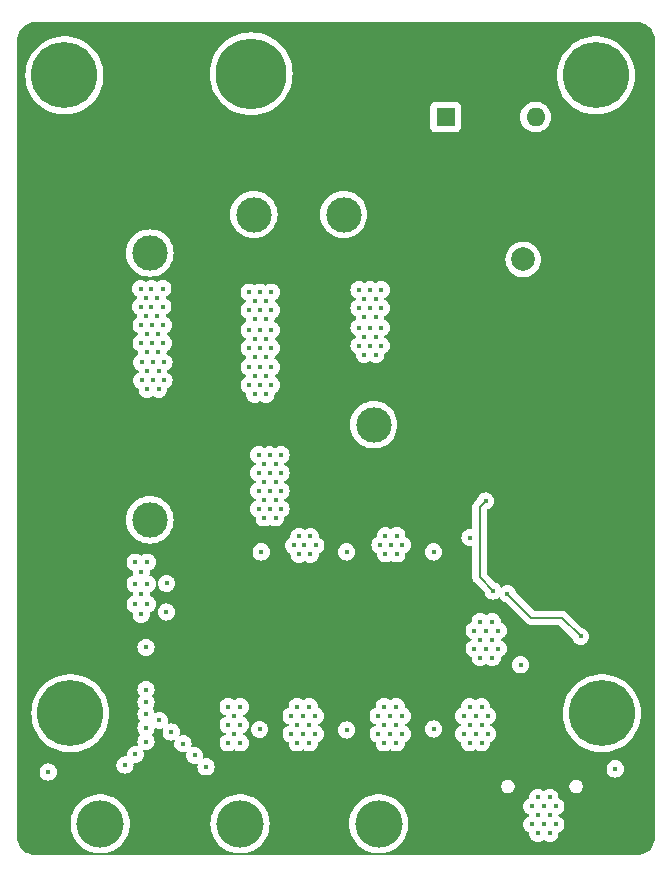
<source format=gbr>
%TF.GenerationSoftware,KiCad,Pcbnew,8.0.5*%
%TF.CreationDate,2024-10-07T09:41:30+08:00*%
%TF.ProjectId,sandersypconverter,73616e64-6572-4737-9970-636f6e766572,rev?*%
%TF.SameCoordinates,Original*%
%TF.FileFunction,Copper,L4,Bot*%
%TF.FilePolarity,Positive*%
%FSLAX46Y46*%
G04 Gerber Fmt 4.6, Leading zero omitted, Abs format (unit mm)*
G04 Created by KiCad (PCBNEW 8.0.5) date 2024-10-07 09:41:30*
%MOMM*%
%LPD*%
G01*
G04 APERTURE LIST*
G04 Aperture macros list*
%AMRoundRect*
0 Rectangle with rounded corners*
0 $1 Rounding radius*
0 $2 $3 $4 $5 $6 $7 $8 $9 X,Y pos of 4 corners*
0 Add a 4 corners polygon primitive as box body*
4,1,4,$2,$3,$4,$5,$6,$7,$8,$9,$2,$3,0*
0 Add four circle primitives for the rounded corners*
1,1,$1+$1,$2,$3*
1,1,$1+$1,$4,$5*
1,1,$1+$1,$6,$7*
1,1,$1+$1,$8,$9*
0 Add four rect primitives between the rounded corners*
20,1,$1+$1,$2,$3,$4,$5,0*
20,1,$1+$1,$4,$5,$6,$7,0*
20,1,$1+$1,$6,$7,$8,$9,0*
20,1,$1+$1,$8,$9,$2,$3,0*%
G04 Aperture macros list end*
%TA.AperFunction,ComponentPad*%
%ADD10C,5.600000*%
%TD*%
%TA.AperFunction,ComponentPad*%
%ADD11R,3.800000X3.800000*%
%TD*%
%TA.AperFunction,ComponentPad*%
%ADD12C,4.000000*%
%TD*%
%TA.AperFunction,ComponentPad*%
%ADD13C,3.000000*%
%TD*%
%TA.AperFunction,ComponentPad*%
%ADD14O,1.000000X2.100000*%
%TD*%
%TA.AperFunction,ComponentPad*%
%ADD15O,1.000000X1.800000*%
%TD*%
%TA.AperFunction,ComponentPad*%
%ADD16RoundRect,0.500000X-0.500000X-0.500000X0.500000X-0.500000X0.500000X0.500000X-0.500000X0.500000X0*%
%TD*%
%TA.AperFunction,ComponentPad*%
%ADD17C,2.000000*%
%TD*%
%TA.AperFunction,ComponentPad*%
%ADD18RoundRect,1.500000X-1.500000X-1.500000X1.500000X-1.500000X1.500000X1.500000X-1.500000X1.500000X0*%
%TD*%
%TA.AperFunction,ComponentPad*%
%ADD19C,6.000000*%
%TD*%
%TA.AperFunction,ComponentPad*%
%ADD20R,1.600000X1.600000*%
%TD*%
%TA.AperFunction,ComponentPad*%
%ADD21O,1.600000X1.600000*%
%TD*%
%TA.AperFunction,ViaPad*%
%ADD22C,0.450000*%
%TD*%
%TA.AperFunction,ViaPad*%
%ADD23C,0.762000*%
%TD*%
%TA.AperFunction,Conductor*%
%ADD24C,0.203200*%
%TD*%
G04 APERTURE END LIST*
D10*
%TO.P,H1,1*%
%TO.N,N/C*%
X150000000Y-109000000D03*
%TD*%
D11*
%TO.P,J2,1,Pin_1*%
%TO.N,GND*%
X124369200Y-118364000D03*
D12*
%TO.P,J2,2,Pin_2*%
%TO.N,24VOUT*%
X119369200Y-118364000D03*
%TD*%
D13*
%TO.P,F1,1*%
%TO.N,24VOUT*%
X111734600Y-92633800D03*
%TO.P,F1,2*%
%TO.N,+24V*%
X111734600Y-70033800D03*
%TD*%
D10*
%TO.P,H2,1*%
%TO.N,N/C*%
X149500000Y-55000000D03*
%TD*%
D14*
%TO.P,J6,S1,SHIELD*%
%TO.N,GND*%
X140612400Y-114700200D03*
D15*
X140612400Y-118880200D03*
D14*
X149252400Y-114700200D03*
D15*
X149252400Y-118880200D03*
%TD*%
D13*
%TO.P,K1,11*%
%TO.N,+24V*%
X130683000Y-84582000D03*
%TO.P,K1,12*%
%TO.N,unconnected-(K1-Pad12)*%
X120543000Y-66782000D03*
%TO.P,K1,14*%
%TO.N,24VDC*%
X128143000Y-66782000D03*
D16*
%TO.P,K1,A1*%
%TO.N,GND*%
X143343000Y-80782000D03*
D17*
%TO.P,K1,A2*%
%TO.N,Net-(SW1-B)*%
X143343000Y-70582000D03*
%TD*%
D10*
%TO.P,H4,1*%
%TO.N,N/C*%
X104500000Y-55000000D03*
%TD*%
D11*
%TO.P,J3,1,Pin_1*%
%TO.N,GND*%
X112522000Y-118364000D03*
D12*
%TO.P,J3,2,Pin_2*%
%TO.N,24VOUT*%
X107522000Y-118364000D03*
%TD*%
D18*
%TO.P,J1,1,Pin_1*%
%TO.N,GND*%
X113106200Y-54864000D03*
D19*
%TO.P,J1,2,Pin_2*%
%TO.N,24VDC*%
X120306200Y-54864000D03*
%TD*%
D10*
%TO.P,H3,1*%
%TO.N,N/C*%
X105000000Y-109000000D03*
%TD*%
D11*
%TO.P,J5,1,Pin_1*%
%TO.N,GND*%
X136104000Y-118364000D03*
D12*
%TO.P,J5,2,Pin_2*%
%TO.N,+5V*%
X131104000Y-118364000D03*
%TD*%
D20*
%TO.P,SW1,1,A*%
%TO.N,Net-(SW1-A)*%
X136775000Y-58521600D03*
D21*
%TO.P,SW1,2,B*%
%TO.N,Net-(SW1-B)*%
X144395000Y-58521600D03*
%TD*%
D22*
%TO.N,+24V*%
X131318000Y-74676000D03*
X111963200Y-80822800D03*
X129895600Y-78638400D03*
X111455200Y-78435200D03*
X121056400Y-78079600D03*
X121564400Y-78841600D03*
X129438400Y-73152000D03*
X120599200Y-81991200D03*
X112420400Y-78435200D03*
X111506000Y-81584800D03*
X112877600Y-76149200D03*
X111861600Y-74574400D03*
X120142000Y-73355200D03*
X121564400Y-77317600D03*
X121564400Y-80467200D03*
X121564400Y-75641200D03*
X125323600Y-94030800D03*
X121056400Y-74879200D03*
X120954800Y-91694000D03*
X121869200Y-91694000D03*
X131673600Y-93980000D03*
X121869200Y-90170000D03*
X131318000Y-76352400D03*
X122834400Y-88646000D03*
X129895600Y-73914000D03*
X110947200Y-73050400D03*
X111963200Y-79298800D03*
X120142000Y-78079600D03*
X120954800Y-88646000D03*
X125780800Y-94792800D03*
X111404400Y-75336400D03*
X128397000Y-95344000D03*
X120142000Y-79705200D03*
X122021600Y-73355200D03*
X110998000Y-76149200D03*
X110998000Y-77673200D03*
X122377200Y-92456000D03*
X135763000Y-95344000D03*
X122834400Y-91694000D03*
X111048800Y-80822800D03*
X120954800Y-90170000D03*
X121056400Y-81229200D03*
X122834400Y-90170000D03*
X124815600Y-94792800D03*
X129438400Y-74676000D03*
X130352800Y-73152000D03*
X130860800Y-75438000D03*
X120599200Y-74117200D03*
X121056400Y-79705200D03*
X122834400Y-87122000D03*
X112369600Y-75336400D03*
X112826800Y-74574400D03*
X129895600Y-77114400D03*
X121412000Y-87884000D03*
X120142000Y-74879200D03*
X124358400Y-95554800D03*
X130860800Y-78638400D03*
X122377200Y-90932000D03*
X129438400Y-76352400D03*
X120954800Y-87122000D03*
X121564400Y-81991200D03*
X131318000Y-73152000D03*
X121869200Y-88646000D03*
X112826800Y-73050400D03*
X110947200Y-74574400D03*
X111455200Y-76911200D03*
X122021600Y-81229200D03*
X130352800Y-77876400D03*
X138836400Y-94131400D03*
X111861600Y-73050400D03*
X122021600Y-74879200D03*
X111048800Y-79298800D03*
X124358400Y-94030800D03*
X111912400Y-77673200D03*
X112928400Y-79298800D03*
X121412000Y-92456000D03*
X125323600Y-95554800D03*
X121412000Y-90932000D03*
X123901200Y-94792800D03*
X131216400Y-94742000D03*
X121564400Y-74117200D03*
X112420400Y-76911200D03*
X120599200Y-78841600D03*
X129895600Y-75438000D03*
X122377200Y-89408000D03*
X133096000Y-94742000D03*
X122021600Y-76555600D03*
X120599200Y-77317600D03*
X121158000Y-95344000D03*
X112928400Y-80822800D03*
X130860800Y-73914000D03*
X112471200Y-81584800D03*
X120599200Y-80467200D03*
X120142000Y-76555600D03*
X121869200Y-87122000D03*
X122021600Y-79705200D03*
X112877600Y-77673200D03*
X130352800Y-76352400D03*
X111912400Y-76149200D03*
X132638800Y-93980000D03*
X131673600Y-95504000D03*
X122021600Y-78079600D03*
X130860800Y-77114400D03*
X112369600Y-73812400D03*
X132638800Y-95504000D03*
X111506000Y-80060800D03*
X132130800Y-94742000D03*
X120599200Y-75641200D03*
X122377200Y-87884000D03*
X121056400Y-76555600D03*
X129438400Y-77876400D03*
X112471200Y-80060800D03*
X131318000Y-77876400D03*
X111404400Y-73812400D03*
X121412000Y-89408000D03*
X120142000Y-81229200D03*
X130352800Y-74676000D03*
X121056400Y-73355200D03*
%TO.N,GND*%
X148742400Y-72948800D03*
X105105200Y-96723200D03*
X145389600Y-109321600D03*
X104241600Y-88798400D03*
X135585200Y-75793600D03*
X139039600Y-65125600D03*
X112166400Y-61468000D03*
X110794800Y-62179200D03*
X125069600Y-101904800D03*
X151130000Y-118389600D03*
X136499600Y-79705200D03*
X146100800Y-111658400D03*
D23*
X142000000Y-116500000D03*
D22*
X116992400Y-87477600D03*
X149707600Y-86106000D03*
X104597200Y-64516000D03*
X104648000Y-81330800D03*
X103733600Y-82753200D03*
X103225600Y-96723200D03*
X151028400Y-80416400D03*
X150571200Y-66954400D03*
X103225600Y-95300800D03*
X133553200Y-89408000D03*
X116636800Y-94894400D03*
X129489200Y-88950800D03*
X137922000Y-75082400D03*
X131978400Y-103987600D03*
X131521200Y-101854000D03*
X131521200Y-103276400D03*
X102819200Y-82753200D03*
X103276400Y-80619600D03*
X125526800Y-101193600D03*
X139039600Y-63703200D03*
X150164800Y-75082400D03*
X133553200Y-53644800D03*
X153263600Y-99415600D03*
X136499600Y-72948800D03*
X149656800Y-81127600D03*
X104089200Y-65227200D03*
X149199600Y-66243200D03*
X148793200Y-87528400D03*
X148793200Y-88950800D03*
X151028400Y-66243200D03*
X137464800Y-82550000D03*
X117144800Y-94183200D03*
X146100800Y-109778800D03*
X149656800Y-75793600D03*
X149656800Y-68376800D03*
X149199600Y-67665600D03*
X137007600Y-81838800D03*
X134010400Y-52933600D03*
X153263600Y-100380800D03*
X123698000Y-101193600D03*
X117602000Y-94894400D03*
X125526800Y-102616000D03*
X126034800Y-103327200D03*
X102819200Y-81330800D03*
X123698000Y-102616000D03*
X104597200Y-96012000D03*
X103733600Y-88087200D03*
X103911400Y-75806000D03*
X134010400Y-88696800D03*
X141211000Y-99618800D03*
X149250400Y-88239600D03*
X139547600Y-65836800D03*
X111252000Y-62890400D03*
X139496800Y-64414400D03*
X134924800Y-52933600D03*
X137464800Y-75793600D03*
X103733600Y-81330800D03*
X103124000Y-118643600D03*
X104648000Y-97434400D03*
X105054400Y-65227200D03*
X133350000Y-101854000D03*
X121818400Y-113995200D03*
X132943600Y-103987600D03*
X105003600Y-62382400D03*
X137414000Y-72948800D03*
X102819200Y-88087200D03*
X136042400Y-81838800D03*
X103276400Y-82042000D03*
X136956800Y-73660000D03*
X102819200Y-79908400D03*
X103174800Y-63804800D03*
X103632000Y-63093600D03*
X105156000Y-82042000D03*
X148793200Y-86106000D03*
X134518400Y-55067200D03*
X116179600Y-94183200D03*
X148742400Y-79705200D03*
X150571200Y-79705200D03*
X148742400Y-68376800D03*
X104140000Y-95300800D03*
X112623600Y-62179200D03*
X104648000Y-88087200D03*
X149656800Y-72948800D03*
X137414000Y-74371200D03*
X102768400Y-94589600D03*
X103174800Y-62382400D03*
X149656800Y-65532000D03*
X104648000Y-79908400D03*
X136499600Y-74371200D03*
X116535200Y-86766400D03*
X103276400Y-88798400D03*
X115112800Y-87477600D03*
X127609600Y-88950800D03*
X104190800Y-96723200D03*
X111709200Y-63601600D03*
X149656800Y-79705200D03*
X137210800Y-65125600D03*
X150164800Y-81838800D03*
X131064000Y-102565200D03*
X137007600Y-75082400D03*
X150215600Y-88239600D03*
X116027200Y-87477600D03*
X132892800Y-102565200D03*
X151079200Y-81838800D03*
X102819200Y-86664800D03*
X133096000Y-54356000D03*
X125984000Y-101904800D03*
X105511600Y-64516000D03*
X104089200Y-62382400D03*
X103682800Y-94589600D03*
X135585200Y-82550000D03*
X123240800Y-114706400D03*
X124612400Y-102616000D03*
X135432800Y-89408000D03*
X150622000Y-82550000D03*
X150622000Y-68376800D03*
X148742400Y-82550000D03*
X103632000Y-64516000D03*
X135585200Y-79705200D03*
X136042400Y-73660000D03*
X132638800Y-55067200D03*
X133553200Y-52222400D03*
X127152400Y-89662000D03*
X148742400Y-75793600D03*
X149250400Y-86817200D03*
X103733600Y-89509600D03*
X115570000Y-86766400D03*
X125577600Y-104038400D03*
X151130000Y-88239600D03*
X151079200Y-67665600D03*
X132638800Y-52222400D03*
X149199600Y-73660000D03*
X150114000Y-66243200D03*
X111252000Y-61468000D03*
X150114000Y-73660000D03*
X128066800Y-89662000D03*
X137414000Y-79705200D03*
X150164800Y-86817200D03*
X111709200Y-60756800D03*
X141915600Y-94037200D03*
X134467600Y-52222400D03*
X103276400Y-87376000D03*
X150571200Y-81127600D03*
X104089200Y-63804800D03*
X149707600Y-87528400D03*
X138633200Y-65836800D03*
X137871200Y-73660000D03*
X136042400Y-75082400D03*
X134975600Y-88696800D03*
X131978400Y-101142800D03*
X129032000Y-89662000D03*
X103733600Y-79908400D03*
X104698800Y-89509600D03*
X102768400Y-97434400D03*
X136499600Y-82550000D03*
X136499600Y-75793600D03*
X135585200Y-81127600D03*
X131978400Y-102565200D03*
X102819200Y-89509600D03*
X143129000Y-110302000D03*
X115722400Y-94894400D03*
X111709200Y-62179200D03*
X151079200Y-75082400D03*
X104190800Y-80619600D03*
X149656800Y-66954400D03*
X151028400Y-73660000D03*
X135890000Y-88696800D03*
X137871200Y-80416400D03*
X121361200Y-114706400D03*
D23*
X148000000Y-116500000D03*
D22*
X149199600Y-80416400D03*
X133553200Y-55067200D03*
X137210800Y-66548000D03*
X134467600Y-53644800D03*
X105156000Y-88798400D03*
X133096000Y-52933600D03*
X150672800Y-88950800D03*
X123698000Y-104038400D03*
X112623600Y-60756800D03*
X150622000Y-86106000D03*
X131064000Y-103987600D03*
X151079200Y-86817200D03*
X124612400Y-101193600D03*
X148742400Y-65532000D03*
X149707600Y-88950800D03*
X149199600Y-81838800D03*
X125120400Y-103327200D03*
X139090400Y-66548000D03*
X128930400Y-56870600D03*
X110794800Y-63601600D03*
X104190800Y-87376000D03*
X122275600Y-114706400D03*
X103174800Y-65227200D03*
X124612400Y-104038400D03*
X104698800Y-82753200D03*
X137210800Y-63703200D03*
X136042400Y-80416400D03*
X105460800Y-63093600D03*
X102768400Y-96012000D03*
X104241600Y-82042000D03*
X150114000Y-80416400D03*
X148742400Y-74371200D03*
X132892800Y-101142800D03*
X149656800Y-74371200D03*
X105105200Y-80619600D03*
X103682800Y-97434400D03*
X134467600Y-89408000D03*
X149199600Y-75082400D03*
X138125200Y-66548000D03*
X132486400Y-103276400D03*
X135585200Y-74371200D03*
X103733600Y-86664800D03*
X134975600Y-54356000D03*
X124155200Y-103327200D03*
X148742400Y-66954400D03*
X134061200Y-54356000D03*
X140411200Y-92481400D03*
X123698000Y-113995200D03*
X138125200Y-65125600D03*
X105003600Y-63804800D03*
X149656800Y-82550000D03*
X150164800Y-67665600D03*
X112674400Y-63601600D03*
X137668000Y-65836800D03*
X104546400Y-63093600D03*
X137414000Y-81127600D03*
X132638800Y-53644800D03*
X137922000Y-81838800D03*
X122783600Y-113995200D03*
X133400800Y-103276400D03*
X138125200Y-63703200D03*
X110794800Y-60756800D03*
X118059200Y-94183200D03*
X138582400Y-64414400D03*
X152552400Y-100838000D03*
X128574800Y-88950800D03*
X104597200Y-94589600D03*
X103682800Y-96012000D03*
X136956800Y-80416400D03*
X153263600Y-101295200D03*
X124155200Y-101904800D03*
X150571200Y-65532000D03*
X136499600Y-81127600D03*
X135585200Y-72948800D03*
X113080800Y-61468000D03*
X131064000Y-101142800D03*
X150622000Y-87528400D03*
X145389600Y-110236000D03*
X146100800Y-110744000D03*
X137668000Y-64414400D03*
X132435600Y-101854000D03*
X150622000Y-75793600D03*
X150571200Y-74371200D03*
X152552400Y-98958400D03*
X113131600Y-62890400D03*
X105105200Y-87376000D03*
X150571200Y-72948800D03*
X148742400Y-81127600D03*
X145389600Y-111201200D03*
X117449600Y-86766400D03*
X105054400Y-95300800D03*
X112217200Y-62890400D03*
X104648000Y-86664800D03*
X152552400Y-99872800D03*
%TO.N,+5V*%
X123698000Y-109220000D03*
X140208000Y-102006400D03*
X119380000Y-111506000D03*
X144576800Y-116128800D03*
X119380000Y-108458000D03*
X139319000Y-110744000D03*
X139827000Y-109982000D03*
X118364000Y-109982000D03*
X140716000Y-102768400D03*
X140716000Y-104292400D03*
X141224000Y-102006400D03*
X145592800Y-119176800D03*
X131064000Y-109220000D03*
X140335000Y-109220000D03*
X118364000Y-111506000D03*
X140208000Y-103530400D03*
X138811000Y-108458000D03*
X132588000Y-108458000D03*
X144068800Y-118414800D03*
X118364000Y-108458000D03*
X145084800Y-118414800D03*
X125222000Y-111506000D03*
X140335000Y-110744000D03*
X131572000Y-109982000D03*
X143129000Y-104902000D03*
X125222000Y-109982000D03*
X124206000Y-109982000D03*
X144576800Y-117652800D03*
X131572000Y-111506000D03*
X144068800Y-116890800D03*
X151130000Y-113716800D03*
X124206000Y-111506000D03*
X131572000Y-108458000D03*
X118872000Y-109220000D03*
X144576800Y-119176800D03*
X139192000Y-103530400D03*
X138303000Y-109220000D03*
X146100800Y-118414800D03*
X139700000Y-102768400D03*
X132080000Y-109220000D03*
X133096000Y-110744000D03*
X138811000Y-111506000D03*
X139827000Y-111506000D03*
X138303000Y-110744000D03*
X125222000Y-108458000D03*
X145592800Y-117652800D03*
X123698000Y-110744000D03*
X142007233Y-98894173D03*
X132588000Y-111506000D03*
X139700000Y-101244400D03*
X131064000Y-110744000D03*
X141224000Y-103530400D03*
X118872000Y-110744000D03*
X125730000Y-110744000D03*
X140716000Y-101244400D03*
X133096000Y-109220000D03*
X124206000Y-108458000D03*
X135763000Y-110335000D03*
X139700000Y-104292400D03*
X139192000Y-102006400D03*
X128397000Y-110429000D03*
X139319000Y-109220000D03*
X132080000Y-110744000D03*
X125730000Y-109220000D03*
X139827000Y-108458000D03*
X138811000Y-109982000D03*
X124714000Y-109220000D03*
X132588000Y-109982000D03*
X145592800Y-116128800D03*
X145084800Y-116890800D03*
X148209000Y-102489000D03*
X124714000Y-110744000D03*
X146100800Y-116890800D03*
X119380000Y-109982000D03*
X121031000Y-110363000D03*
%TO.N,24VOUT*%
X113157000Y-98018600D03*
X111408000Y-103428800D03*
X112547400Y-109601000D03*
X110490000Y-99771200D03*
X110998000Y-100634800D03*
X113538000Y-110591600D03*
X111408000Y-107010200D03*
X111408000Y-108051600D03*
X111408000Y-111404400D03*
X111408000Y-110236000D03*
X110998000Y-97078800D03*
X114528600Y-111582200D03*
X110998000Y-98907600D03*
X109620400Y-113379600D03*
X115519200Y-112572800D03*
X110509400Y-112490600D03*
X103124600Y-113980000D03*
X111506000Y-96215200D03*
X110490000Y-96215200D03*
X116484400Y-113538000D03*
X111506000Y-99771200D03*
X111408000Y-109067600D03*
X110490000Y-98044000D03*
X113131600Y-100431600D03*
X111506000Y-98044000D03*
%TO.N,Net-(U1-PG)*%
X140797400Y-98653600D03*
X140157200Y-91033600D03*
%TD*%
D24*
%TO.N,+5V*%
X142007233Y-98894173D02*
X144027260Y-100914200D01*
X146634200Y-100914200D02*
X148209000Y-102489000D01*
X144027260Y-100914200D02*
X146634200Y-100914200D01*
%TO.N,Net-(U1-PG)*%
X139649200Y-91541600D02*
X139649200Y-97505400D01*
X139649200Y-97505400D02*
X140797400Y-98653600D01*
X140157200Y-91033600D02*
X139649200Y-91541600D01*
%TD*%
%TA.AperFunction,Conductor*%
%TO.N,GND*%
G36*
X153001748Y-50500625D02*
G01*
X153209905Y-50515513D01*
X153216825Y-50516508D01*
X153419029Y-50560494D01*
X153425736Y-50562462D01*
X153619641Y-50634785D01*
X153625992Y-50637687D01*
X153807622Y-50736864D01*
X153813488Y-50740634D01*
X153979159Y-50864654D01*
X153984442Y-50869232D01*
X154130767Y-51015557D01*
X154135345Y-51020840D01*
X154259363Y-51186508D01*
X154263140Y-51192385D01*
X154362310Y-51374003D01*
X154365215Y-51380362D01*
X154437536Y-51574262D01*
X154439505Y-51580970D01*
X154483491Y-51783174D01*
X154484486Y-51790094D01*
X154499375Y-51998252D01*
X154499500Y-52001748D01*
X154499500Y-119498251D01*
X154499375Y-119501747D01*
X154484486Y-119709905D01*
X154483491Y-119716825D01*
X154439505Y-119919029D01*
X154437536Y-119925737D01*
X154365215Y-120119637D01*
X154362310Y-120125996D01*
X154263140Y-120307614D01*
X154259360Y-120313496D01*
X154135345Y-120479159D01*
X154130767Y-120484442D01*
X153984442Y-120630767D01*
X153979159Y-120635345D01*
X153813496Y-120759360D01*
X153807614Y-120763140D01*
X153625996Y-120862310D01*
X153619637Y-120865215D01*
X153425737Y-120937536D01*
X153419029Y-120939505D01*
X153216825Y-120983491D01*
X153209905Y-120984486D01*
X153001748Y-120999375D01*
X152998252Y-120999500D01*
X102001748Y-120999500D01*
X101998252Y-120999375D01*
X101790094Y-120984486D01*
X101783174Y-120983491D01*
X101580970Y-120939505D01*
X101574262Y-120937536D01*
X101380362Y-120865215D01*
X101374003Y-120862310D01*
X101252504Y-120795967D01*
X101192381Y-120763137D01*
X101186508Y-120759363D01*
X101020840Y-120635345D01*
X101015557Y-120630767D01*
X100869232Y-120484442D01*
X100864654Y-120479159D01*
X100740634Y-120313488D01*
X100736864Y-120307622D01*
X100637687Y-120125992D01*
X100634784Y-120119637D01*
X100619662Y-120079094D01*
X100562462Y-119925736D01*
X100560494Y-119919029D01*
X100516508Y-119716825D01*
X100515513Y-119709905D01*
X100500625Y-119501747D01*
X100500500Y-119498251D01*
X100500500Y-118363995D01*
X105016556Y-118363995D01*
X105016556Y-118364004D01*
X105036311Y-118678012D01*
X105095267Y-118987075D01*
X105192496Y-119286313D01*
X105326463Y-119571007D01*
X105495050Y-119836659D01*
X105695604Y-120079087D01*
X105695611Y-120079095D01*
X105924965Y-120294474D01*
X105924968Y-120294476D01*
X105924970Y-120294478D01*
X106179516Y-120479416D01*
X106455234Y-120630994D01*
X106747775Y-120746819D01*
X107052527Y-120825066D01*
X107364682Y-120864500D01*
X107364683Y-120864500D01*
X107679317Y-120864500D01*
X107679318Y-120864500D01*
X107991473Y-120825066D01*
X108296225Y-120746819D01*
X108588766Y-120630994D01*
X108864484Y-120479416D01*
X109119030Y-120294478D01*
X109348390Y-120079094D01*
X109548947Y-119836663D01*
X109717537Y-119571007D01*
X109851503Y-119286315D01*
X109948731Y-118987079D01*
X109949012Y-118985609D01*
X109971065Y-118870002D01*
X110007688Y-118678015D01*
X110027444Y-118364000D01*
X110027444Y-118363995D01*
X116863756Y-118363995D01*
X116863756Y-118364004D01*
X116883511Y-118678012D01*
X116942467Y-118987075D01*
X117039696Y-119286313D01*
X117173663Y-119571007D01*
X117342250Y-119836659D01*
X117542804Y-120079087D01*
X117542811Y-120079095D01*
X117772165Y-120294474D01*
X117772168Y-120294476D01*
X117772170Y-120294478D01*
X118026716Y-120479416D01*
X118302434Y-120630994D01*
X118594975Y-120746819D01*
X118899727Y-120825066D01*
X119211882Y-120864500D01*
X119211883Y-120864500D01*
X119526517Y-120864500D01*
X119526518Y-120864500D01*
X119838673Y-120825066D01*
X120143425Y-120746819D01*
X120435966Y-120630994D01*
X120711684Y-120479416D01*
X120966230Y-120294478D01*
X121195590Y-120079094D01*
X121396147Y-119836663D01*
X121564737Y-119571007D01*
X121698703Y-119286315D01*
X121795931Y-118987079D01*
X121796212Y-118985609D01*
X121818265Y-118870002D01*
X121854888Y-118678015D01*
X121874644Y-118364000D01*
X121874644Y-118363995D01*
X128598556Y-118363995D01*
X128598556Y-118364004D01*
X128618311Y-118678012D01*
X128677267Y-118987075D01*
X128774496Y-119286313D01*
X128908463Y-119571007D01*
X129077050Y-119836659D01*
X129277604Y-120079087D01*
X129277611Y-120079095D01*
X129506965Y-120294474D01*
X129506968Y-120294476D01*
X129506970Y-120294478D01*
X129761516Y-120479416D01*
X130037234Y-120630994D01*
X130329775Y-120746819D01*
X130634527Y-120825066D01*
X130946682Y-120864500D01*
X130946683Y-120864500D01*
X131261317Y-120864500D01*
X131261318Y-120864500D01*
X131573473Y-120825066D01*
X131878225Y-120746819D01*
X132170766Y-120630994D01*
X132446484Y-120479416D01*
X132701030Y-120294478D01*
X132930390Y-120079094D01*
X133130947Y-119836663D01*
X133299537Y-119571007D01*
X133433503Y-119286315D01*
X133530731Y-118987079D01*
X133531012Y-118985609D01*
X133553065Y-118870002D01*
X133589688Y-118678015D01*
X133609444Y-118364000D01*
X133589688Y-118049985D01*
X133550393Y-117843992D01*
X133530732Y-117740924D01*
X133492496Y-117623245D01*
X133433503Y-117441685D01*
X133299537Y-117156993D01*
X133130947Y-116891337D01*
X133130503Y-116890800D01*
X143338709Y-116890800D01*
X143357014Y-117053261D01*
X143411011Y-117207575D01*
X143411012Y-117207576D01*
X143497990Y-117346002D01*
X143497992Y-117346004D01*
X143613596Y-117461608D01*
X143613598Y-117461609D01*
X143752020Y-117548587D01*
X143752024Y-117548588D01*
X143752025Y-117548589D01*
X143817524Y-117571508D01*
X143817530Y-117571510D01*
X143845493Y-117596500D01*
X143850038Y-117623245D01*
X143846709Y-117652799D01*
X143846709Y-117652800D01*
X143850038Y-117682354D01*
X143839655Y-117718391D01*
X143817530Y-117734089D01*
X143752025Y-117757011D01*
X143752023Y-117757012D01*
X143613597Y-117843990D01*
X143497990Y-117959597D01*
X143441195Y-118049987D01*
X143411011Y-118098025D01*
X143357014Y-118252339D01*
X143338709Y-118414800D01*
X143357014Y-118577261D01*
X143411011Y-118731575D01*
X143411012Y-118731576D01*
X143497990Y-118870002D01*
X143497992Y-118870004D01*
X143613596Y-118985608D01*
X143613598Y-118985609D01*
X143752020Y-119072587D01*
X143752024Y-119072588D01*
X143752025Y-119072589D01*
X143817524Y-119095508D01*
X143817530Y-119095510D01*
X143845493Y-119120500D01*
X143850038Y-119147245D01*
X143846709Y-119176799D01*
X143846709Y-119176800D01*
X143865014Y-119339261D01*
X143919011Y-119493575D01*
X143919012Y-119493576D01*
X144005990Y-119632002D01*
X144121597Y-119747609D01*
X144167739Y-119776601D01*
X144260025Y-119834589D01*
X144414339Y-119888586D01*
X144576800Y-119906891D01*
X144739261Y-119888586D01*
X144893575Y-119834589D01*
X145032004Y-119747608D01*
X145050152Y-119729460D01*
X145084800Y-119715108D01*
X145119448Y-119729460D01*
X145137597Y-119747609D01*
X145183739Y-119776601D01*
X145276025Y-119834589D01*
X145430339Y-119888586D01*
X145592800Y-119906891D01*
X145755261Y-119888586D01*
X145909575Y-119834589D01*
X146048004Y-119747608D01*
X146163608Y-119632004D01*
X146250589Y-119493575D01*
X146304586Y-119339261D01*
X146322891Y-119176800D01*
X146319561Y-119147245D01*
X146329943Y-119111208D01*
X146352064Y-119095511D01*
X146417575Y-119072589D01*
X146556004Y-118985608D01*
X146671608Y-118870004D01*
X146758589Y-118731575D01*
X146812586Y-118577261D01*
X146830891Y-118414800D01*
X146812586Y-118252339D01*
X146758589Y-118098025D01*
X146671608Y-117959596D01*
X146556004Y-117843992D01*
X146556002Y-117843990D01*
X146463718Y-117786004D01*
X146417575Y-117757011D01*
X146352069Y-117734089D01*
X146324105Y-117709099D01*
X146319561Y-117682353D01*
X146322891Y-117652800D01*
X146319561Y-117623245D01*
X146329943Y-117587208D01*
X146352064Y-117571511D01*
X146417575Y-117548589D01*
X146556004Y-117461608D01*
X146671608Y-117346004D01*
X146758589Y-117207575D01*
X146812586Y-117053261D01*
X146830891Y-116890800D01*
X146812586Y-116728339D01*
X146758589Y-116574025D01*
X146671608Y-116435596D01*
X146556004Y-116319992D01*
X146556002Y-116319990D01*
X146442359Y-116248584D01*
X146417575Y-116233011D01*
X146352069Y-116210089D01*
X146324105Y-116185099D01*
X146319561Y-116158353D01*
X146322891Y-116128800D01*
X146304586Y-115966339D01*
X146250589Y-115812025D01*
X146163608Y-115673596D01*
X146048004Y-115557992D01*
X146048002Y-115557990D01*
X145955718Y-115500004D01*
X145909575Y-115471011D01*
X145770473Y-115422337D01*
X145755264Y-115417015D01*
X145755263Y-115417014D01*
X145755261Y-115417014D01*
X145755257Y-115417013D01*
X145755255Y-115417013D01*
X145592800Y-115398709D01*
X145430344Y-115417013D01*
X145430335Y-115417015D01*
X145276025Y-115471011D01*
X145276023Y-115471012D01*
X145137597Y-115557990D01*
X145137594Y-115557993D01*
X145119448Y-115576140D01*
X145084800Y-115590492D01*
X145050152Y-115576140D01*
X145032002Y-115557990D01*
X144939718Y-115500004D01*
X144893575Y-115471011D01*
X144754473Y-115422337D01*
X144739264Y-115417015D01*
X144739263Y-115417014D01*
X144739261Y-115417014D01*
X144739257Y-115417013D01*
X144739255Y-115417013D01*
X144576800Y-115398709D01*
X144414344Y-115417013D01*
X144414335Y-115417015D01*
X144260025Y-115471011D01*
X144260023Y-115471012D01*
X144121597Y-115557990D01*
X144005990Y-115673597D01*
X143919012Y-115812023D01*
X143919011Y-115812025D01*
X143865015Y-115966335D01*
X143865013Y-115966344D01*
X143846709Y-116128800D01*
X143850038Y-116158354D01*
X143839655Y-116194391D01*
X143817530Y-116210089D01*
X143752025Y-116233011D01*
X143752023Y-116233012D01*
X143613597Y-116319990D01*
X143497990Y-116435597D01*
X143411012Y-116574023D01*
X143411011Y-116574025D01*
X143384810Y-116648904D01*
X143357014Y-116728339D01*
X143338709Y-116890800D01*
X133130503Y-116890800D01*
X132930390Y-116648906D01*
X132703239Y-116435596D01*
X132701034Y-116433525D01*
X132701026Y-116433519D01*
X132446491Y-116248589D01*
X132446485Y-116248585D01*
X132446486Y-116248585D01*
X132446484Y-116248584D01*
X132170766Y-116097006D01*
X132069966Y-116057096D01*
X131878226Y-115981181D01*
X131573472Y-115902933D01*
X131261320Y-115863500D01*
X131261318Y-115863500D01*
X130946682Y-115863500D01*
X130946679Y-115863500D01*
X130634527Y-115902933D01*
X130329773Y-115981181D01*
X130037231Y-116097007D01*
X129761514Y-116248585D01*
X129761508Y-116248589D01*
X129506973Y-116433519D01*
X129506965Y-116433525D01*
X129277611Y-116648904D01*
X129277604Y-116648912D01*
X129077050Y-116891340D01*
X128908463Y-117156992D01*
X128774496Y-117441686D01*
X128677267Y-117740924D01*
X128618311Y-118049987D01*
X128598556Y-118363995D01*
X121874644Y-118363995D01*
X121854888Y-118049985D01*
X121815593Y-117843992D01*
X121795932Y-117740924D01*
X121757696Y-117623245D01*
X121698703Y-117441685D01*
X121564737Y-117156993D01*
X121396147Y-116891337D01*
X121195590Y-116648906D01*
X120968439Y-116435596D01*
X120966234Y-116433525D01*
X120966226Y-116433519D01*
X120711691Y-116248589D01*
X120711685Y-116248585D01*
X120711686Y-116248585D01*
X120711684Y-116248584D01*
X120435966Y-116097006D01*
X120335166Y-116057096D01*
X120143426Y-115981181D01*
X119838672Y-115902933D01*
X119526520Y-115863500D01*
X119526518Y-115863500D01*
X119211882Y-115863500D01*
X119211879Y-115863500D01*
X118899727Y-115902933D01*
X118594973Y-115981181D01*
X118302431Y-116097007D01*
X118026714Y-116248585D01*
X118026708Y-116248589D01*
X117772173Y-116433519D01*
X117772165Y-116433525D01*
X117542811Y-116648904D01*
X117542804Y-116648912D01*
X117342250Y-116891340D01*
X117173663Y-117156992D01*
X117039696Y-117441686D01*
X116942467Y-117740924D01*
X116883511Y-118049987D01*
X116863756Y-118363995D01*
X110027444Y-118363995D01*
X110007688Y-118049985D01*
X109968393Y-117843992D01*
X109948732Y-117740924D01*
X109910496Y-117623245D01*
X109851503Y-117441685D01*
X109717537Y-117156993D01*
X109548947Y-116891337D01*
X109348390Y-116648906D01*
X109121239Y-116435596D01*
X109119034Y-116433525D01*
X109119026Y-116433519D01*
X108864491Y-116248589D01*
X108864485Y-116248585D01*
X108864486Y-116248585D01*
X108864484Y-116248584D01*
X108588766Y-116097006D01*
X108487966Y-116057096D01*
X108296226Y-115981181D01*
X107991472Y-115902933D01*
X107679320Y-115863500D01*
X107679318Y-115863500D01*
X107364682Y-115863500D01*
X107364679Y-115863500D01*
X107052527Y-115902933D01*
X106747773Y-115981181D01*
X106455231Y-116097007D01*
X106179514Y-116248585D01*
X106179508Y-116248589D01*
X105924973Y-116433519D01*
X105924965Y-116433525D01*
X105695611Y-116648904D01*
X105695604Y-116648912D01*
X105495050Y-116891340D01*
X105326463Y-117156992D01*
X105192496Y-117441686D01*
X105095267Y-117740924D01*
X105036311Y-118049987D01*
X105016556Y-118363995D01*
X100500500Y-118363995D01*
X100500500Y-115124430D01*
X141466900Y-115124430D01*
X141466900Y-115275969D01*
X141506118Y-115422333D01*
X141506119Y-115422337D01*
X141581885Y-115553565D01*
X141689035Y-115660715D01*
X141737066Y-115688446D01*
X141820262Y-115736480D01*
X141820264Y-115736480D01*
X141820265Y-115736481D01*
X141935703Y-115767412D01*
X141966630Y-115775699D01*
X141966631Y-115775700D01*
X141966634Y-115775700D01*
X142118169Y-115775700D01*
X142118169Y-115775699D01*
X142264535Y-115736481D01*
X142395765Y-115660715D01*
X142502915Y-115553565D01*
X142578681Y-115422335D01*
X142617899Y-115275969D01*
X142617900Y-115275969D01*
X142617900Y-115124431D01*
X142617899Y-115124430D01*
X147246900Y-115124430D01*
X147246900Y-115275969D01*
X147286118Y-115422333D01*
X147286119Y-115422337D01*
X147361885Y-115553565D01*
X147469035Y-115660715D01*
X147517066Y-115688446D01*
X147600262Y-115736480D01*
X147600264Y-115736480D01*
X147600265Y-115736481D01*
X147715703Y-115767412D01*
X147746630Y-115775699D01*
X147746631Y-115775700D01*
X147746634Y-115775700D01*
X147898169Y-115775700D01*
X147898169Y-115775699D01*
X148044535Y-115736481D01*
X148175765Y-115660715D01*
X148282915Y-115553565D01*
X148358681Y-115422335D01*
X148397899Y-115275969D01*
X148397900Y-115275969D01*
X148397900Y-115124431D01*
X148397899Y-115124430D01*
X148358681Y-114978066D01*
X148358680Y-114978062D01*
X148282914Y-114846834D01*
X148175765Y-114739685D01*
X148044537Y-114663919D01*
X148044533Y-114663918D01*
X147898169Y-114624700D01*
X147898166Y-114624700D01*
X147746634Y-114624700D01*
X147746631Y-114624700D01*
X147600266Y-114663918D01*
X147600262Y-114663919D01*
X147469034Y-114739685D01*
X147469034Y-114739686D01*
X147361886Y-114846834D01*
X147361885Y-114846834D01*
X147286119Y-114978062D01*
X147286118Y-114978066D01*
X147246900Y-115124430D01*
X142617899Y-115124430D01*
X142578681Y-114978066D01*
X142578680Y-114978062D01*
X142502914Y-114846834D01*
X142395765Y-114739685D01*
X142264537Y-114663919D01*
X142264533Y-114663918D01*
X142118169Y-114624700D01*
X142118166Y-114624700D01*
X141966634Y-114624700D01*
X141966631Y-114624700D01*
X141820266Y-114663918D01*
X141820262Y-114663919D01*
X141689034Y-114739685D01*
X141689034Y-114739686D01*
X141581886Y-114846834D01*
X141581885Y-114846834D01*
X141506119Y-114978062D01*
X141506118Y-114978066D01*
X141466900Y-115124430D01*
X100500500Y-115124430D01*
X100500500Y-113980000D01*
X102394509Y-113980000D01*
X102409121Y-114109691D01*
X102412814Y-114142461D01*
X102466811Y-114296775D01*
X102466812Y-114296776D01*
X102553790Y-114435202D01*
X102669397Y-114550809D01*
X102715539Y-114579801D01*
X102807825Y-114637789D01*
X102962139Y-114691786D01*
X103124600Y-114710091D01*
X103287061Y-114691786D01*
X103441375Y-114637789D01*
X103579804Y-114550808D01*
X103695408Y-114435204D01*
X103782389Y-114296775D01*
X103836386Y-114142461D01*
X103854691Y-113980000D01*
X103836386Y-113817539D01*
X103782389Y-113663225D01*
X103706258Y-113542064D01*
X103695409Y-113524797D01*
X103579802Y-113409190D01*
X103532710Y-113379600D01*
X108890309Y-113379600D01*
X108906668Y-113524796D01*
X108908614Y-113542061D01*
X108962611Y-113696375D01*
X108975445Y-113716800D01*
X109049590Y-113834802D01*
X109165197Y-113950409D01*
X109211339Y-113979401D01*
X109303625Y-114037389D01*
X109457939Y-114091386D01*
X109620400Y-114109691D01*
X109782861Y-114091386D01*
X109937175Y-114037389D01*
X110075604Y-113950408D01*
X110191208Y-113834804D01*
X110278189Y-113696375D01*
X110332186Y-113542061D01*
X110350491Y-113379600D01*
X110337192Y-113261569D01*
X110347574Y-113225533D01*
X110380398Y-113207392D01*
X110391368Y-113207392D01*
X110509400Y-113220691D01*
X110671861Y-113202386D01*
X110826175Y-113148389D01*
X110964604Y-113061408D01*
X111080208Y-112945804D01*
X111167189Y-112807375D01*
X111221186Y-112653061D01*
X111239491Y-112490600D01*
X111221186Y-112328139D01*
X111167189Y-112173825D01*
X111167186Y-112173821D01*
X111166879Y-112172942D01*
X111168981Y-112135498D01*
X111196945Y-112110508D01*
X111229312Y-112110508D01*
X111245539Y-112116186D01*
X111408000Y-112134491D01*
X111570461Y-112116186D01*
X111724775Y-112062189D01*
X111863204Y-111975208D01*
X111978808Y-111859604D01*
X112065789Y-111721175D01*
X112119786Y-111566861D01*
X112138091Y-111404400D01*
X112119786Y-111241939D01*
X112065789Y-111087625D01*
X111978808Y-110949196D01*
X111884460Y-110854848D01*
X111870108Y-110820200D01*
X111884460Y-110785552D01*
X111926013Y-110743999D01*
X111978808Y-110691204D01*
X112065789Y-110552775D01*
X112119786Y-110398461D01*
X112133079Y-110280474D01*
X112151220Y-110247652D01*
X112187257Y-110237270D01*
X112207839Y-110244471D01*
X112230625Y-110258789D01*
X112384939Y-110312786D01*
X112547400Y-110331091D01*
X112709861Y-110312786D01*
X112792803Y-110283763D01*
X112830246Y-110285865D01*
X112855236Y-110313829D01*
X112855236Y-110346196D01*
X112826216Y-110429132D01*
X112826213Y-110429144D01*
X112807909Y-110591600D01*
X112825280Y-110745776D01*
X112826214Y-110754061D01*
X112880211Y-110908375D01*
X112880212Y-110908376D01*
X112967190Y-111046802D01*
X113082797Y-111162409D01*
X113125472Y-111189223D01*
X113221225Y-111249389D01*
X113375539Y-111303386D01*
X113538000Y-111321691D01*
X113700461Y-111303386D01*
X113783403Y-111274363D01*
X113820846Y-111276465D01*
X113845836Y-111304429D01*
X113845836Y-111336796D01*
X113816816Y-111419732D01*
X113816813Y-111419744D01*
X113798509Y-111582200D01*
X113815815Y-111735800D01*
X113816814Y-111744661D01*
X113870811Y-111898975D01*
X113870812Y-111898976D01*
X113957790Y-112037402D01*
X114073397Y-112153009D01*
X114106523Y-112173823D01*
X114211825Y-112239989D01*
X114366139Y-112293986D01*
X114528600Y-112312291D01*
X114691061Y-112293986D01*
X114774003Y-112264963D01*
X114811446Y-112267065D01*
X114836436Y-112295029D01*
X114836436Y-112327396D01*
X114807416Y-112410332D01*
X114807413Y-112410344D01*
X114789109Y-112572800D01*
X114805898Y-112721812D01*
X114807414Y-112735261D01*
X114861411Y-112889575D01*
X114861412Y-112889576D01*
X114948390Y-113028002D01*
X115063997Y-113143609D01*
X115110139Y-113172601D01*
X115202425Y-113230589D01*
X115356739Y-113284586D01*
X115519200Y-113302891D01*
X115681661Y-113284586D01*
X115725530Y-113269235D01*
X115762974Y-113271337D01*
X115787964Y-113299301D01*
X115787964Y-113331667D01*
X115772616Y-113375535D01*
X115772614Y-113375540D01*
X115772613Y-113375544D01*
X115754309Y-113538000D01*
X115772153Y-113696376D01*
X115772614Y-113700461D01*
X115826611Y-113854775D01*
X115826612Y-113854776D01*
X115913590Y-113993202D01*
X116029197Y-114108809D01*
X116030601Y-114109691D01*
X116167625Y-114195789D01*
X116321939Y-114249786D01*
X116484400Y-114268091D01*
X116646861Y-114249786D01*
X116801175Y-114195789D01*
X116939604Y-114108808D01*
X117055208Y-113993204D01*
X117142189Y-113854775D01*
X117190469Y-113716800D01*
X150399909Y-113716800D01*
X150413204Y-113834802D01*
X150418214Y-113879261D01*
X150472211Y-114033575D01*
X150474607Y-114037388D01*
X150559190Y-114172002D01*
X150674797Y-114287609D01*
X150720939Y-114316601D01*
X150813225Y-114374589D01*
X150967539Y-114428586D01*
X151130000Y-114446891D01*
X151292461Y-114428586D01*
X151446775Y-114374589D01*
X151585204Y-114287608D01*
X151700808Y-114172004D01*
X151787789Y-114033575D01*
X151841786Y-113879261D01*
X151860091Y-113716800D01*
X151841786Y-113554339D01*
X151787789Y-113400025D01*
X151715254Y-113284586D01*
X151700809Y-113261597D01*
X151585202Y-113145990D01*
X151484628Y-113082796D01*
X151446775Y-113059011D01*
X151292461Y-113005014D01*
X151292457Y-113005013D01*
X151292455Y-113005013D01*
X151130000Y-112986709D01*
X150967544Y-113005013D01*
X150967535Y-113005015D01*
X150813225Y-113059011D01*
X150813223Y-113059012D01*
X150674797Y-113145990D01*
X150559190Y-113261597D01*
X150472212Y-113400023D01*
X150472211Y-113400025D01*
X150418215Y-113554335D01*
X150418213Y-113554344D01*
X150399909Y-113716800D01*
X117190469Y-113716800D01*
X117196186Y-113700461D01*
X117214491Y-113538000D01*
X117196186Y-113375539D01*
X117142189Y-113221225D01*
X117055208Y-113082796D01*
X116939604Y-112967192D01*
X116939602Y-112967190D01*
X116816079Y-112889576D01*
X116801175Y-112880211D01*
X116646861Y-112826214D01*
X116646857Y-112826213D01*
X116646855Y-112826213D01*
X116484400Y-112807909D01*
X116321944Y-112826213D01*
X116321940Y-112826213D01*
X116321939Y-112826214D01*
X116278068Y-112841565D01*
X116240624Y-112839461D01*
X116215634Y-112811497D01*
X116215635Y-112779130D01*
X116230986Y-112735261D01*
X116249291Y-112572800D01*
X116230986Y-112410339D01*
X116176989Y-112256025D01*
X116090008Y-112117596D01*
X115974404Y-112001992D01*
X115974402Y-112001990D01*
X115844416Y-111920315D01*
X115835975Y-111915011D01*
X115681661Y-111861014D01*
X115681657Y-111861013D01*
X115681655Y-111861013D01*
X115519200Y-111842709D01*
X115356744Y-111861013D01*
X115356740Y-111861013D01*
X115356739Y-111861014D01*
X115356736Y-111861014D01*
X115356732Y-111861016D01*
X115273796Y-111890036D01*
X115236352Y-111887933D01*
X115211363Y-111859969D01*
X115211363Y-111827603D01*
X115240386Y-111744661D01*
X115258691Y-111582200D01*
X115240386Y-111419739D01*
X115186389Y-111265425D01*
X115099408Y-111126996D01*
X114983804Y-111011392D01*
X114983802Y-111011390D01*
X114888522Y-110951522D01*
X114845375Y-110924411D01*
X114691061Y-110870414D01*
X114691057Y-110870413D01*
X114691055Y-110870413D01*
X114528600Y-110852109D01*
X114366144Y-110870413D01*
X114366140Y-110870413D01*
X114366139Y-110870414D01*
X114366136Y-110870414D01*
X114366132Y-110870416D01*
X114283196Y-110899436D01*
X114245752Y-110897333D01*
X114220763Y-110869369D01*
X114220763Y-110837003D01*
X114249786Y-110754061D01*
X114268091Y-110591600D01*
X114249786Y-110429139D01*
X114195789Y-110274825D01*
X114131516Y-110172535D01*
X114108809Y-110136397D01*
X113993202Y-110020790D01*
X113884431Y-109952445D01*
X113854775Y-109933811D01*
X113700461Y-109879814D01*
X113700457Y-109879813D01*
X113700455Y-109879813D01*
X113538000Y-109861509D01*
X113375544Y-109879813D01*
X113375540Y-109879813D01*
X113375539Y-109879814D01*
X113375536Y-109879814D01*
X113375532Y-109879816D01*
X113292596Y-109908836D01*
X113255152Y-109906733D01*
X113230163Y-109878769D01*
X113230163Y-109846403D01*
X113259186Y-109763461D01*
X113277491Y-109601000D01*
X113259186Y-109438539D01*
X113205189Y-109284225D01*
X113129458Y-109163700D01*
X113118209Y-109145797D01*
X113002602Y-109030190D01*
X112873106Y-108948823D01*
X112864175Y-108943211D01*
X112709861Y-108889214D01*
X112709857Y-108889213D01*
X112709855Y-108889213D01*
X112547400Y-108870909D01*
X112384944Y-108889213D01*
X112384935Y-108889215D01*
X112230621Y-108943212D01*
X112197149Y-108964244D01*
X112160176Y-108970525D01*
X112129590Y-108948823D01*
X112122388Y-108928240D01*
X112119786Y-108905139D01*
X112065789Y-108750825D01*
X111997805Y-108642629D01*
X111978809Y-108612397D01*
X111960660Y-108594248D01*
X111946308Y-108559600D01*
X111960660Y-108524952D01*
X111962021Y-108523591D01*
X111978808Y-108506804D01*
X112009474Y-108458000D01*
X117633909Y-108458000D01*
X117645356Y-108559600D01*
X117652214Y-108620461D01*
X117706211Y-108774775D01*
X117706212Y-108774776D01*
X117793190Y-108913202D01*
X117793192Y-108913204D01*
X117908796Y-109028808D01*
X117910999Y-109030192D01*
X118047220Y-109115787D01*
X118047224Y-109115788D01*
X118047225Y-109115789D01*
X118112724Y-109138708D01*
X118112730Y-109138710D01*
X118140693Y-109163700D01*
X118145238Y-109190445D01*
X118141909Y-109219999D01*
X118141909Y-109220000D01*
X118145238Y-109249554D01*
X118134855Y-109285591D01*
X118112730Y-109301289D01*
X118047225Y-109324211D01*
X118047223Y-109324212D01*
X117908797Y-109411190D01*
X117793190Y-109526797D01*
X117706212Y-109665223D01*
X117706211Y-109665225D01*
X117652215Y-109819535D01*
X117652213Y-109819544D01*
X117633909Y-109982000D01*
X117648581Y-110112223D01*
X117652214Y-110144461D01*
X117706211Y-110298775D01*
X117715015Y-110312786D01*
X117793190Y-110437202D01*
X117793192Y-110437204D01*
X117908796Y-110552808D01*
X117908798Y-110552809D01*
X118047220Y-110639787D01*
X118047224Y-110639788D01*
X118047225Y-110639789D01*
X118112724Y-110662708D01*
X118112730Y-110662710D01*
X118140693Y-110687700D01*
X118145238Y-110714445D01*
X118141909Y-110743999D01*
X118141909Y-110744000D01*
X118145238Y-110773554D01*
X118134855Y-110809591D01*
X118112730Y-110825289D01*
X118047225Y-110848211D01*
X118047223Y-110848212D01*
X117908797Y-110935190D01*
X117793190Y-111050797D01*
X117706212Y-111189223D01*
X117706211Y-111189225D01*
X117652215Y-111343535D01*
X117652213Y-111343544D01*
X117633909Y-111506000D01*
X117635397Y-111519211D01*
X117652214Y-111668461D01*
X117706211Y-111822775D01*
X117735204Y-111868918D01*
X117793190Y-111961202D01*
X117908797Y-112076809D01*
X117954939Y-112105801D01*
X118047225Y-112163789D01*
X118201539Y-112217786D01*
X118364000Y-112236091D01*
X118526461Y-112217786D01*
X118680775Y-112163789D01*
X118819204Y-112076808D01*
X118837352Y-112058660D01*
X118872000Y-112044308D01*
X118906648Y-112058660D01*
X118924797Y-112076809D01*
X118970939Y-112105801D01*
X119063225Y-112163789D01*
X119217539Y-112217786D01*
X119380000Y-112236091D01*
X119542461Y-112217786D01*
X119696775Y-112163789D01*
X119835204Y-112076808D01*
X119950808Y-111961204D01*
X120037789Y-111822775D01*
X120091786Y-111668461D01*
X120110091Y-111506000D01*
X120091786Y-111343539D01*
X120037789Y-111189225D01*
X119957079Y-111060776D01*
X119950809Y-111050797D01*
X119835202Y-110935190D01*
X119732109Y-110870413D01*
X119696775Y-110848211D01*
X119631269Y-110825289D01*
X119603305Y-110800299D01*
X119598761Y-110773553D01*
X119602091Y-110744000D01*
X119598761Y-110714445D01*
X119609143Y-110678408D01*
X119631264Y-110662711D01*
X119696775Y-110639789D01*
X119835204Y-110552808D01*
X119950808Y-110437204D01*
X119997434Y-110363000D01*
X120300909Y-110363000D01*
X120309269Y-110437202D01*
X120319214Y-110525461D01*
X120373211Y-110679775D01*
X120380393Y-110691205D01*
X120460190Y-110818202D01*
X120575797Y-110933809D01*
X120621939Y-110962801D01*
X120714225Y-111020789D01*
X120868539Y-111074786D01*
X121031000Y-111093091D01*
X121193461Y-111074786D01*
X121347775Y-111020789D01*
X121486204Y-110933808D01*
X121601808Y-110818204D01*
X121688789Y-110679775D01*
X121742786Y-110525461D01*
X121761091Y-110363000D01*
X121742786Y-110200539D01*
X121688789Y-110046225D01*
X121618155Y-109933812D01*
X121601809Y-109907797D01*
X121486202Y-109792190D01*
X121366879Y-109717215D01*
X121347775Y-109705211D01*
X121193461Y-109651214D01*
X121193457Y-109651213D01*
X121193455Y-109651213D01*
X121031000Y-109632909D01*
X120868544Y-109651213D01*
X120868535Y-109651215D01*
X120714225Y-109705211D01*
X120714223Y-109705212D01*
X120575797Y-109792190D01*
X120460190Y-109907797D01*
X120373212Y-110046223D01*
X120373211Y-110046225D01*
X120319215Y-110200535D01*
X120319213Y-110200544D01*
X120300909Y-110363000D01*
X119997434Y-110363000D01*
X120037789Y-110298775D01*
X120091786Y-110144461D01*
X120110091Y-109982000D01*
X120091786Y-109819539D01*
X120037789Y-109665225D01*
X119957079Y-109536776D01*
X119950809Y-109526797D01*
X119835202Y-109411190D01*
X119742918Y-109353204D01*
X119696775Y-109324211D01*
X119631269Y-109301289D01*
X119603305Y-109276299D01*
X119598761Y-109249553D01*
X119602091Y-109220000D01*
X122967909Y-109220000D01*
X122983386Y-109357367D01*
X122986214Y-109382461D01*
X123040211Y-109536775D01*
X123040212Y-109536776D01*
X123127190Y-109675202D01*
X123127192Y-109675204D01*
X123242796Y-109790808D01*
X123244999Y-109792192D01*
X123381220Y-109877787D01*
X123381224Y-109877788D01*
X123381225Y-109877789D01*
X123446724Y-109900708D01*
X123446730Y-109900710D01*
X123474693Y-109925700D01*
X123479238Y-109952445D01*
X123475909Y-109981999D01*
X123475909Y-109982000D01*
X123479238Y-110011554D01*
X123468855Y-110047591D01*
X123446730Y-110063289D01*
X123381225Y-110086211D01*
X123381223Y-110086212D01*
X123242797Y-110173190D01*
X123127190Y-110288797D01*
X123040212Y-110427223D01*
X123040211Y-110427225D01*
X122986215Y-110581535D01*
X122986213Y-110581544D01*
X122967909Y-110744000D01*
X122986140Y-110905809D01*
X122986214Y-110906461D01*
X123040211Y-111060775D01*
X123056556Y-111086788D01*
X123127190Y-111199202D01*
X123127192Y-111199204D01*
X123242796Y-111314808D01*
X123242798Y-111314809D01*
X123381220Y-111401787D01*
X123381224Y-111401788D01*
X123381225Y-111401789D01*
X123432538Y-111419744D01*
X123446730Y-111424710D01*
X123474693Y-111449700D01*
X123479238Y-111476445D01*
X123475909Y-111505999D01*
X123475909Y-111506000D01*
X123494214Y-111668461D01*
X123548211Y-111822775D01*
X123577204Y-111868918D01*
X123635190Y-111961202D01*
X123750797Y-112076809D01*
X123796939Y-112105801D01*
X123889225Y-112163789D01*
X124043539Y-112217786D01*
X124206000Y-112236091D01*
X124368461Y-112217786D01*
X124522775Y-112163789D01*
X124661204Y-112076808D01*
X124679352Y-112058660D01*
X124714000Y-112044308D01*
X124748648Y-112058660D01*
X124766797Y-112076809D01*
X124812939Y-112105801D01*
X124905225Y-112163789D01*
X125059539Y-112217786D01*
X125222000Y-112236091D01*
X125384461Y-112217786D01*
X125538775Y-112163789D01*
X125677204Y-112076808D01*
X125792808Y-111961204D01*
X125879789Y-111822775D01*
X125933786Y-111668461D01*
X125952091Y-111506000D01*
X125948761Y-111476445D01*
X125959143Y-111440408D01*
X125981264Y-111424711D01*
X126046775Y-111401789D01*
X126185204Y-111314808D01*
X126300808Y-111199204D01*
X126387789Y-111060775D01*
X126441786Y-110906461D01*
X126460091Y-110744000D01*
X126441786Y-110581539D01*
X126388410Y-110429000D01*
X127666909Y-110429000D01*
X127684096Y-110581544D01*
X127685214Y-110591461D01*
X127739211Y-110745775D01*
X127756665Y-110773553D01*
X127826190Y-110884202D01*
X127941797Y-110999809D01*
X127975184Y-111020787D01*
X128080225Y-111086789D01*
X128234539Y-111140786D01*
X128397000Y-111159091D01*
X128559461Y-111140786D01*
X128713775Y-111086789D01*
X128852204Y-110999808D01*
X128967808Y-110884204D01*
X129054789Y-110745775D01*
X129108786Y-110591461D01*
X129127091Y-110429000D01*
X129108786Y-110266539D01*
X129054789Y-110112225D01*
X128972963Y-109982000D01*
X128967809Y-109973797D01*
X128852202Y-109858190D01*
X128729026Y-109780794D01*
X128713775Y-109771211D01*
X128559461Y-109717214D01*
X128559457Y-109717213D01*
X128559455Y-109717213D01*
X128397000Y-109698909D01*
X128234544Y-109717213D01*
X128234535Y-109717215D01*
X128080225Y-109771211D01*
X128080223Y-109771212D01*
X127941797Y-109858190D01*
X127826190Y-109973797D01*
X127739212Y-110112223D01*
X127739211Y-110112225D01*
X127685215Y-110266535D01*
X127685213Y-110266544D01*
X127666909Y-110429000D01*
X126388410Y-110429000D01*
X126387789Y-110427225D01*
X126307079Y-110298776D01*
X126300809Y-110288797D01*
X126185202Y-110173190D01*
X126088173Y-110112223D01*
X126046775Y-110086211D01*
X125981269Y-110063289D01*
X125953305Y-110038299D01*
X125948761Y-110011553D01*
X125952091Y-109982000D01*
X125948761Y-109952445D01*
X125959143Y-109916408D01*
X125981264Y-109900711D01*
X126046775Y-109877789D01*
X126185204Y-109790808D01*
X126300808Y-109675204D01*
X126387789Y-109536775D01*
X126441786Y-109382461D01*
X126460091Y-109220000D01*
X130333909Y-109220000D01*
X130349386Y-109357367D01*
X130352214Y-109382461D01*
X130406211Y-109536775D01*
X130406212Y-109536776D01*
X130493190Y-109675202D01*
X130493192Y-109675204D01*
X130608796Y-109790808D01*
X130610999Y-109792192D01*
X130747220Y-109877787D01*
X130747224Y-109877788D01*
X130747225Y-109877789D01*
X130812724Y-109900708D01*
X130812730Y-109900710D01*
X130840693Y-109925700D01*
X130845238Y-109952445D01*
X130841909Y-109981999D01*
X130841909Y-109982000D01*
X130845238Y-110011554D01*
X130834855Y-110047591D01*
X130812730Y-110063289D01*
X130747225Y-110086211D01*
X130747223Y-110086212D01*
X130608797Y-110173190D01*
X130493190Y-110288797D01*
X130406212Y-110427223D01*
X130406211Y-110427225D01*
X130352215Y-110581535D01*
X130352213Y-110581544D01*
X130333909Y-110744000D01*
X130352140Y-110905809D01*
X130352214Y-110906461D01*
X130406211Y-111060775D01*
X130422556Y-111086788D01*
X130493190Y-111199202D01*
X130493192Y-111199204D01*
X130608796Y-111314808D01*
X130608798Y-111314809D01*
X130747220Y-111401787D01*
X130747224Y-111401788D01*
X130747225Y-111401789D01*
X130798538Y-111419744D01*
X130812730Y-111424710D01*
X130840693Y-111449700D01*
X130845238Y-111476445D01*
X130841909Y-111505999D01*
X130841909Y-111506000D01*
X130860214Y-111668461D01*
X130914211Y-111822775D01*
X130943204Y-111868918D01*
X131001190Y-111961202D01*
X131116797Y-112076809D01*
X131162939Y-112105801D01*
X131255225Y-112163789D01*
X131409539Y-112217786D01*
X131572000Y-112236091D01*
X131734461Y-112217786D01*
X131888775Y-112163789D01*
X132027204Y-112076808D01*
X132045352Y-112058660D01*
X132080000Y-112044308D01*
X132114648Y-112058660D01*
X132132797Y-112076809D01*
X132178939Y-112105801D01*
X132271225Y-112163789D01*
X132425539Y-112217786D01*
X132588000Y-112236091D01*
X132750461Y-112217786D01*
X132904775Y-112163789D01*
X133043204Y-112076808D01*
X133158808Y-111961204D01*
X133245789Y-111822775D01*
X133299786Y-111668461D01*
X133318091Y-111506000D01*
X133314761Y-111476445D01*
X133325143Y-111440408D01*
X133347264Y-111424711D01*
X133412775Y-111401789D01*
X133551204Y-111314808D01*
X133666808Y-111199204D01*
X133753789Y-111060775D01*
X133807786Y-110906461D01*
X133826091Y-110744000D01*
X133807786Y-110581539D01*
X133753789Y-110427225D01*
X133695840Y-110335000D01*
X135032909Y-110335000D01*
X135044424Y-110437204D01*
X135051214Y-110497461D01*
X135105211Y-110651775D01*
X135121946Y-110678408D01*
X135192190Y-110790202D01*
X135307797Y-110905809D01*
X135337402Y-110924411D01*
X135446225Y-110992789D01*
X135600539Y-111046786D01*
X135763000Y-111065091D01*
X135925461Y-111046786D01*
X136079775Y-110992789D01*
X136218204Y-110905808D01*
X136333808Y-110790204D01*
X136420789Y-110651775D01*
X136474786Y-110497461D01*
X136493091Y-110335000D01*
X136474786Y-110172539D01*
X136420789Y-110018225D01*
X136333820Y-109879815D01*
X136333809Y-109879797D01*
X136218202Y-109764190D01*
X136114307Y-109698909D01*
X136079775Y-109677211D01*
X135925461Y-109623214D01*
X135925457Y-109623213D01*
X135925455Y-109623213D01*
X135763000Y-109604909D01*
X135600544Y-109623213D01*
X135600535Y-109623215D01*
X135446225Y-109677211D01*
X135446223Y-109677212D01*
X135307797Y-109764190D01*
X135192190Y-109879797D01*
X135105212Y-110018223D01*
X135105211Y-110018225D01*
X135051215Y-110172535D01*
X135051213Y-110172544D01*
X135032909Y-110335000D01*
X133695840Y-110335000D01*
X133673079Y-110298776D01*
X133666809Y-110288797D01*
X133551202Y-110173190D01*
X133454173Y-110112223D01*
X133412775Y-110086211D01*
X133347269Y-110063289D01*
X133319305Y-110038299D01*
X133314761Y-110011553D01*
X133318091Y-109982000D01*
X133314761Y-109952445D01*
X133325143Y-109916408D01*
X133347264Y-109900711D01*
X133412775Y-109877789D01*
X133551204Y-109790808D01*
X133666808Y-109675204D01*
X133753789Y-109536775D01*
X133807786Y-109382461D01*
X133826091Y-109220000D01*
X137572909Y-109220000D01*
X137588386Y-109357367D01*
X137591214Y-109382461D01*
X137645211Y-109536775D01*
X137645212Y-109536776D01*
X137732190Y-109675202D01*
X137732192Y-109675204D01*
X137847796Y-109790808D01*
X137849999Y-109792192D01*
X137986220Y-109877787D01*
X137986224Y-109877788D01*
X137986225Y-109877789D01*
X138051724Y-109900708D01*
X138051730Y-109900710D01*
X138079693Y-109925700D01*
X138084238Y-109952445D01*
X138080909Y-109981999D01*
X138080909Y-109982000D01*
X138084238Y-110011554D01*
X138073855Y-110047591D01*
X138051730Y-110063289D01*
X137986225Y-110086211D01*
X137986223Y-110086212D01*
X137847797Y-110173190D01*
X137732190Y-110288797D01*
X137645212Y-110427223D01*
X137645211Y-110427225D01*
X137591215Y-110581535D01*
X137591213Y-110581544D01*
X137572909Y-110744000D01*
X137591140Y-110905809D01*
X137591214Y-110906461D01*
X137645211Y-111060775D01*
X137661556Y-111086788D01*
X137732190Y-111199202D01*
X137732192Y-111199204D01*
X137847796Y-111314808D01*
X137847798Y-111314809D01*
X137986220Y-111401787D01*
X137986224Y-111401788D01*
X137986225Y-111401789D01*
X138037538Y-111419744D01*
X138051730Y-111424710D01*
X138079693Y-111449700D01*
X138084238Y-111476445D01*
X138080909Y-111505999D01*
X138080909Y-111506000D01*
X138099214Y-111668461D01*
X138153211Y-111822775D01*
X138182204Y-111868918D01*
X138240190Y-111961202D01*
X138355797Y-112076809D01*
X138401939Y-112105801D01*
X138494225Y-112163789D01*
X138648539Y-112217786D01*
X138811000Y-112236091D01*
X138973461Y-112217786D01*
X139127775Y-112163789D01*
X139266204Y-112076808D01*
X139284352Y-112058660D01*
X139319000Y-112044308D01*
X139353648Y-112058660D01*
X139371797Y-112076809D01*
X139417939Y-112105801D01*
X139510225Y-112163789D01*
X139664539Y-112217786D01*
X139827000Y-112236091D01*
X139989461Y-112217786D01*
X140143775Y-112163789D01*
X140282204Y-112076808D01*
X140397808Y-111961204D01*
X140484789Y-111822775D01*
X140538786Y-111668461D01*
X140557091Y-111506000D01*
X140553761Y-111476445D01*
X140564143Y-111440408D01*
X140586264Y-111424711D01*
X140651775Y-111401789D01*
X140790204Y-111314808D01*
X140905808Y-111199204D01*
X140992789Y-111060775D01*
X141046786Y-110906461D01*
X141065091Y-110744000D01*
X141046786Y-110581539D01*
X140992789Y-110427225D01*
X140912079Y-110298776D01*
X140905809Y-110288797D01*
X140790202Y-110173190D01*
X140693173Y-110112223D01*
X140651775Y-110086211D01*
X140586269Y-110063289D01*
X140558305Y-110038299D01*
X140553761Y-110011553D01*
X140557091Y-109982000D01*
X140553761Y-109952445D01*
X140564143Y-109916408D01*
X140586264Y-109900711D01*
X140651775Y-109877789D01*
X140790204Y-109790808D01*
X140905808Y-109675204D01*
X140992789Y-109536775D01*
X141046786Y-109382461D01*
X141065091Y-109220000D01*
X141046786Y-109057539D01*
X141026651Y-108999998D01*
X146694652Y-108999998D01*
X146694652Y-109000001D01*
X146714027Y-109357363D01*
X146714027Y-109357365D01*
X146714028Y-109357371D01*
X146741804Y-109526796D01*
X146771929Y-109710553D01*
X146867673Y-110055395D01*
X146867676Y-110055404D01*
X147000145Y-110387876D01*
X147000147Y-110387881D01*
X147167789Y-110704085D01*
X147167793Y-110704093D01*
X147368631Y-111000306D01*
X147368634Y-111000309D01*
X147368635Y-111000311D01*
X147386028Y-111020788D01*
X147600324Y-111273078D01*
X147600334Y-111273088D01*
X147776971Y-111440408D01*
X147860163Y-111519211D01*
X148145081Y-111735800D01*
X148145088Y-111735805D01*
X148451747Y-111920315D01*
X148776559Y-112070589D01*
X148776565Y-112070591D01*
X149115726Y-112184868D01*
X149242972Y-112212877D01*
X149465244Y-112261803D01*
X149465245Y-112261803D01*
X149465254Y-112261805D01*
X149821052Y-112300500D01*
X149821057Y-112300500D01*
X150178943Y-112300500D01*
X150178948Y-112300500D01*
X150534746Y-112261805D01*
X150884274Y-112184868D01*
X151223435Y-112070591D01*
X151223437Y-112070589D01*
X151223440Y-112070589D01*
X151459872Y-111961204D01*
X151548253Y-111920315D01*
X151854919Y-111735800D01*
X152139837Y-111519211D01*
X152399668Y-111273086D01*
X152426125Y-111241939D01*
X152432350Y-111234609D01*
X152631365Y-111000311D01*
X152753483Y-110820200D01*
X152832206Y-110704093D01*
X152832207Y-110704090D01*
X152832211Y-110704085D01*
X152999853Y-110387880D01*
X153132324Y-110055403D01*
X153228071Y-109710552D01*
X153285972Y-109357371D01*
X153305348Y-109000000D01*
X153285972Y-108642629D01*
X153228071Y-108289448D01*
X153132324Y-107944597D01*
X152999853Y-107612120D01*
X152832211Y-107295915D01*
X152832209Y-107295912D01*
X152832206Y-107295906D01*
X152631368Y-106999693D01*
X152399675Y-106726921D01*
X152399665Y-106726911D01*
X152139847Y-106480798D01*
X152139844Y-106480796D01*
X152139837Y-106480789D01*
X151854919Y-106264200D01*
X151854918Y-106264199D01*
X151854911Y-106264194D01*
X151548252Y-106079684D01*
X151223440Y-105929410D01*
X150884272Y-105815131D01*
X150534755Y-105738196D01*
X150534746Y-105738195D01*
X150178948Y-105699500D01*
X149821052Y-105699500D01*
X149524858Y-105731712D01*
X149465244Y-105738196D01*
X149115728Y-105815131D01*
X149115725Y-105815131D01*
X148776559Y-105929410D01*
X148451747Y-106079684D01*
X148145088Y-106264194D01*
X148029041Y-106352411D01*
X147860163Y-106480789D01*
X147860159Y-106480792D01*
X147860152Y-106480798D01*
X147600334Y-106726911D01*
X147600324Y-106726921D01*
X147368631Y-106999693D01*
X147167793Y-107295906D01*
X147167789Y-107295914D01*
X147000147Y-107612118D01*
X147000145Y-107612123D01*
X146867676Y-107944595D01*
X146867673Y-107944604D01*
X146771929Y-108289446D01*
X146758989Y-108368376D01*
X146717663Y-108620461D01*
X146714028Y-108642632D01*
X146714027Y-108642636D01*
X146694652Y-108999998D01*
X141026651Y-108999998D01*
X140992789Y-108903225D01*
X140912079Y-108774776D01*
X140905809Y-108764797D01*
X140790202Y-108649190D01*
X140697918Y-108591204D01*
X140651775Y-108562211D01*
X140586269Y-108539289D01*
X140558305Y-108514299D01*
X140553761Y-108487553D01*
X140557091Y-108458000D01*
X140538786Y-108295539D01*
X140484789Y-108141225D01*
X140397808Y-108002796D01*
X140282204Y-107887192D01*
X140282202Y-107887190D01*
X140189918Y-107829204D01*
X140143775Y-107800211D01*
X139989461Y-107746214D01*
X139989457Y-107746213D01*
X139989455Y-107746213D01*
X139827000Y-107727909D01*
X139664544Y-107746213D01*
X139664535Y-107746215D01*
X139510225Y-107800211D01*
X139510223Y-107800212D01*
X139371797Y-107887190D01*
X139371794Y-107887193D01*
X139353648Y-107905340D01*
X139319000Y-107919692D01*
X139284352Y-107905340D01*
X139266202Y-107887190D01*
X139173918Y-107829204D01*
X139127775Y-107800211D01*
X138973461Y-107746214D01*
X138973457Y-107746213D01*
X138973455Y-107746213D01*
X138811000Y-107727909D01*
X138648544Y-107746213D01*
X138648535Y-107746215D01*
X138494225Y-107800211D01*
X138494223Y-107800212D01*
X138355797Y-107887190D01*
X138240190Y-108002797D01*
X138153212Y-108141223D01*
X138153211Y-108141225D01*
X138099215Y-108295535D01*
X138099213Y-108295544D01*
X138080909Y-108458000D01*
X138084238Y-108487554D01*
X138073855Y-108523591D01*
X138051730Y-108539289D01*
X137986225Y-108562211D01*
X137986223Y-108562212D01*
X137847797Y-108649190D01*
X137732190Y-108764797D01*
X137645212Y-108903223D01*
X137645211Y-108903225D01*
X137591215Y-109057535D01*
X137591213Y-109057544D01*
X137572909Y-109220000D01*
X133826091Y-109220000D01*
X133807786Y-109057539D01*
X133753789Y-108903225D01*
X133673079Y-108774776D01*
X133666809Y-108764797D01*
X133551202Y-108649190D01*
X133458918Y-108591204D01*
X133412775Y-108562211D01*
X133347269Y-108539289D01*
X133319305Y-108514299D01*
X133314761Y-108487553D01*
X133318091Y-108458000D01*
X133299786Y-108295539D01*
X133245789Y-108141225D01*
X133158808Y-108002796D01*
X133043204Y-107887192D01*
X133043202Y-107887190D01*
X132950918Y-107829204D01*
X132904775Y-107800211D01*
X132750461Y-107746214D01*
X132750457Y-107746213D01*
X132750455Y-107746213D01*
X132588000Y-107727909D01*
X132425544Y-107746213D01*
X132425535Y-107746215D01*
X132271225Y-107800211D01*
X132271223Y-107800212D01*
X132132797Y-107887190D01*
X132132794Y-107887193D01*
X132114648Y-107905340D01*
X132080000Y-107919692D01*
X132045352Y-107905340D01*
X132027202Y-107887190D01*
X131934918Y-107829204D01*
X131888775Y-107800211D01*
X131734461Y-107746214D01*
X131734457Y-107746213D01*
X131734455Y-107746213D01*
X131572000Y-107727909D01*
X131409544Y-107746213D01*
X131409535Y-107746215D01*
X131255225Y-107800211D01*
X131255223Y-107800212D01*
X131116797Y-107887190D01*
X131001190Y-108002797D01*
X130914212Y-108141223D01*
X130914211Y-108141225D01*
X130860215Y-108295535D01*
X130860213Y-108295544D01*
X130841909Y-108458000D01*
X130845238Y-108487554D01*
X130834855Y-108523591D01*
X130812730Y-108539289D01*
X130747225Y-108562211D01*
X130747223Y-108562212D01*
X130608797Y-108649190D01*
X130493190Y-108764797D01*
X130406212Y-108903223D01*
X130406211Y-108903225D01*
X130352215Y-109057535D01*
X130352213Y-109057544D01*
X130333909Y-109220000D01*
X126460091Y-109220000D01*
X126441786Y-109057539D01*
X126387789Y-108903225D01*
X126307079Y-108774776D01*
X126300809Y-108764797D01*
X126185202Y-108649190D01*
X126092918Y-108591204D01*
X126046775Y-108562211D01*
X125981269Y-108539289D01*
X125953305Y-108514299D01*
X125948761Y-108487553D01*
X125952091Y-108458000D01*
X125933786Y-108295539D01*
X125879789Y-108141225D01*
X125792808Y-108002796D01*
X125677204Y-107887192D01*
X125677202Y-107887190D01*
X125584918Y-107829204D01*
X125538775Y-107800211D01*
X125384461Y-107746214D01*
X125384457Y-107746213D01*
X125384455Y-107746213D01*
X125222000Y-107727909D01*
X125059544Y-107746213D01*
X125059535Y-107746215D01*
X124905225Y-107800211D01*
X124905223Y-107800212D01*
X124766797Y-107887190D01*
X124766794Y-107887193D01*
X124748648Y-107905340D01*
X124714000Y-107919692D01*
X124679352Y-107905340D01*
X124661202Y-107887190D01*
X124568918Y-107829204D01*
X124522775Y-107800211D01*
X124368461Y-107746214D01*
X124368457Y-107746213D01*
X124368455Y-107746213D01*
X124206000Y-107727909D01*
X124043544Y-107746213D01*
X124043535Y-107746215D01*
X123889225Y-107800211D01*
X123889223Y-107800212D01*
X123750797Y-107887190D01*
X123635190Y-108002797D01*
X123548212Y-108141223D01*
X123548211Y-108141225D01*
X123494215Y-108295535D01*
X123494213Y-108295544D01*
X123475909Y-108458000D01*
X123479238Y-108487554D01*
X123468855Y-108523591D01*
X123446730Y-108539289D01*
X123381225Y-108562211D01*
X123381223Y-108562212D01*
X123242797Y-108649190D01*
X123127190Y-108764797D01*
X123040212Y-108903223D01*
X123040211Y-108903225D01*
X122986215Y-109057535D01*
X122986213Y-109057544D01*
X122967909Y-109220000D01*
X119602091Y-109220000D01*
X119598761Y-109190445D01*
X119609143Y-109154408D01*
X119631264Y-109138711D01*
X119696775Y-109115789D01*
X119835204Y-109028808D01*
X119950808Y-108913204D01*
X120037789Y-108774775D01*
X120091786Y-108620461D01*
X120110091Y-108458000D01*
X120091786Y-108295539D01*
X120037789Y-108141225D01*
X119950808Y-108002796D01*
X119835204Y-107887192D01*
X119835202Y-107887190D01*
X119742918Y-107829204D01*
X119696775Y-107800211D01*
X119542461Y-107746214D01*
X119542457Y-107746213D01*
X119542455Y-107746213D01*
X119380000Y-107727909D01*
X119217544Y-107746213D01*
X119217535Y-107746215D01*
X119063225Y-107800211D01*
X119063223Y-107800212D01*
X118924797Y-107887190D01*
X118924794Y-107887193D01*
X118906648Y-107905340D01*
X118872000Y-107919692D01*
X118837352Y-107905340D01*
X118819202Y-107887190D01*
X118726918Y-107829204D01*
X118680775Y-107800211D01*
X118526461Y-107746214D01*
X118526457Y-107746213D01*
X118526455Y-107746213D01*
X118364000Y-107727909D01*
X118201544Y-107746213D01*
X118201535Y-107746215D01*
X118047225Y-107800211D01*
X118047223Y-107800212D01*
X117908797Y-107887190D01*
X117793190Y-108002797D01*
X117706212Y-108141223D01*
X117706211Y-108141225D01*
X117652215Y-108295535D01*
X117652213Y-108295544D01*
X117633909Y-108458000D01*
X112009474Y-108458000D01*
X112065789Y-108368375D01*
X112119786Y-108214061D01*
X112138091Y-108051600D01*
X112119786Y-107889139D01*
X112065789Y-107734825D01*
X111978808Y-107596396D01*
X111947960Y-107565548D01*
X111933608Y-107530900D01*
X111947960Y-107496252D01*
X111978808Y-107465404D01*
X112065789Y-107326975D01*
X112119786Y-107172661D01*
X112138091Y-107010200D01*
X112119786Y-106847739D01*
X112065789Y-106693425D01*
X111978808Y-106554996D01*
X111863204Y-106439392D01*
X111863202Y-106439390D01*
X111770918Y-106381404D01*
X111724775Y-106352411D01*
X111570461Y-106298414D01*
X111570457Y-106298413D01*
X111570455Y-106298413D01*
X111408000Y-106280109D01*
X111245544Y-106298413D01*
X111245535Y-106298415D01*
X111091225Y-106352411D01*
X111091223Y-106352412D01*
X110952797Y-106439390D01*
X110837190Y-106554997D01*
X110750212Y-106693423D01*
X110750211Y-106693425D01*
X110696214Y-106847739D01*
X110677909Y-107010200D01*
X110696214Y-107172661D01*
X110750211Y-107326975D01*
X110750212Y-107326976D01*
X110837190Y-107465402D01*
X110868040Y-107496252D01*
X110882392Y-107530900D01*
X110868040Y-107565548D01*
X110837193Y-107596394D01*
X110837190Y-107596397D01*
X110750212Y-107734823D01*
X110750211Y-107734825D01*
X110696215Y-107889135D01*
X110696213Y-107889144D01*
X110683408Y-108002796D01*
X110677909Y-108051600D01*
X110696214Y-108214061D01*
X110750211Y-108368375D01*
X110750212Y-108368376D01*
X110837190Y-108506802D01*
X110855340Y-108524952D01*
X110869692Y-108559600D01*
X110855340Y-108594248D01*
X110837193Y-108612394D01*
X110837190Y-108612397D01*
X110750212Y-108750823D01*
X110750211Y-108750825D01*
X110696215Y-108905135D01*
X110696213Y-108905144D01*
X110677909Y-109067600D01*
X110686719Y-109145796D01*
X110696214Y-109230061D01*
X110750211Y-109384375D01*
X110750212Y-109384376D01*
X110837190Y-109522802D01*
X110931540Y-109617152D01*
X110945892Y-109651800D01*
X110931540Y-109686448D01*
X110837193Y-109780794D01*
X110837190Y-109780797D01*
X110750212Y-109919223D01*
X110750211Y-109919225D01*
X110696215Y-110073535D01*
X110696213Y-110073544D01*
X110677909Y-110236000D01*
X110689063Y-110335000D01*
X110696214Y-110398461D01*
X110750211Y-110552775D01*
X110779204Y-110598918D01*
X110837190Y-110691202D01*
X110931540Y-110785552D01*
X110945892Y-110820200D01*
X110931540Y-110854848D01*
X110837193Y-110949194D01*
X110837190Y-110949197D01*
X110750212Y-111087623D01*
X110750211Y-111087625D01*
X110696215Y-111241935D01*
X110696213Y-111241944D01*
X110677909Y-111404400D01*
X110689356Y-111506000D01*
X110696214Y-111566861D01*
X110731763Y-111668455D01*
X110750520Y-111722057D01*
X110748418Y-111759501D01*
X110720454Y-111784491D01*
X110688087Y-111784491D01*
X110671861Y-111778814D01*
X110671857Y-111778813D01*
X110671855Y-111778813D01*
X110509400Y-111760509D01*
X110346944Y-111778813D01*
X110346935Y-111778815D01*
X110192625Y-111832811D01*
X110192623Y-111832812D01*
X110054197Y-111919790D01*
X109938590Y-112035397D01*
X109851612Y-112173823D01*
X109851611Y-112173825D01*
X109797615Y-112328135D01*
X109797613Y-112328144D01*
X109779309Y-112490600D01*
X109792607Y-112608629D01*
X109782225Y-112644666D01*
X109749401Y-112662807D01*
X109738429Y-112662807D01*
X109620400Y-112649509D01*
X109457944Y-112667813D01*
X109457935Y-112667815D01*
X109303625Y-112721811D01*
X109303623Y-112721812D01*
X109165197Y-112808790D01*
X109049590Y-112924397D01*
X108962612Y-113062823D01*
X108962611Y-113062825D01*
X108908615Y-113217135D01*
X108908613Y-113217144D01*
X108890309Y-113379600D01*
X103532710Y-113379600D01*
X103487518Y-113351204D01*
X103441375Y-113322211D01*
X103287061Y-113268214D01*
X103287057Y-113268213D01*
X103287055Y-113268213D01*
X103124600Y-113249909D01*
X102962144Y-113268213D01*
X102962135Y-113268215D01*
X102807825Y-113322211D01*
X102807823Y-113322212D01*
X102669397Y-113409190D01*
X102553790Y-113524797D01*
X102466812Y-113663223D01*
X102466811Y-113663225D01*
X102412815Y-113817535D01*
X102412813Y-113817544D01*
X102394509Y-113980000D01*
X100500500Y-113980000D01*
X100500500Y-108999998D01*
X101694652Y-108999998D01*
X101694652Y-109000001D01*
X101714027Y-109357363D01*
X101714027Y-109357365D01*
X101714028Y-109357371D01*
X101741804Y-109526796D01*
X101771929Y-109710553D01*
X101867673Y-110055395D01*
X101867676Y-110055404D01*
X102000145Y-110387876D01*
X102000147Y-110387881D01*
X102167789Y-110704085D01*
X102167793Y-110704093D01*
X102368631Y-111000306D01*
X102368634Y-111000309D01*
X102368635Y-111000311D01*
X102386028Y-111020788D01*
X102600324Y-111273078D01*
X102600334Y-111273088D01*
X102776971Y-111440408D01*
X102860163Y-111519211D01*
X103145081Y-111735800D01*
X103145088Y-111735805D01*
X103451747Y-111920315D01*
X103776559Y-112070589D01*
X103776565Y-112070591D01*
X104115726Y-112184868D01*
X104242972Y-112212877D01*
X104465244Y-112261803D01*
X104465245Y-112261803D01*
X104465254Y-112261805D01*
X104821052Y-112300500D01*
X104821057Y-112300500D01*
X105178943Y-112300500D01*
X105178948Y-112300500D01*
X105534746Y-112261805D01*
X105884274Y-112184868D01*
X106223435Y-112070591D01*
X106223437Y-112070589D01*
X106223440Y-112070589D01*
X106459872Y-111961204D01*
X106548253Y-111920315D01*
X106854919Y-111735800D01*
X107139837Y-111519211D01*
X107399668Y-111273086D01*
X107426125Y-111241939D01*
X107432350Y-111234609D01*
X107631365Y-111000311D01*
X107753483Y-110820200D01*
X107832206Y-110704093D01*
X107832207Y-110704090D01*
X107832211Y-110704085D01*
X107999853Y-110387880D01*
X108132324Y-110055403D01*
X108228071Y-109710552D01*
X108285972Y-109357371D01*
X108305348Y-109000000D01*
X108285972Y-108642629D01*
X108228071Y-108289448D01*
X108132324Y-107944597D01*
X107999853Y-107612120D01*
X107832211Y-107295915D01*
X107832209Y-107295912D01*
X107832206Y-107295906D01*
X107631368Y-106999693D01*
X107399675Y-106726921D01*
X107399665Y-106726911D01*
X107139847Y-106480798D01*
X107139844Y-106480796D01*
X107139837Y-106480789D01*
X106854919Y-106264200D01*
X106854918Y-106264199D01*
X106854911Y-106264194D01*
X106548252Y-106079684D01*
X106223440Y-105929410D01*
X105884272Y-105815131D01*
X105534755Y-105738196D01*
X105534746Y-105738195D01*
X105178948Y-105699500D01*
X104821052Y-105699500D01*
X104524858Y-105731712D01*
X104465244Y-105738196D01*
X104115728Y-105815131D01*
X104115725Y-105815131D01*
X103776559Y-105929410D01*
X103451747Y-106079684D01*
X103145088Y-106264194D01*
X103029041Y-106352411D01*
X102860163Y-106480789D01*
X102860159Y-106480792D01*
X102860152Y-106480798D01*
X102600334Y-106726911D01*
X102600324Y-106726921D01*
X102368631Y-106999693D01*
X102167793Y-107295906D01*
X102167789Y-107295914D01*
X102000147Y-107612118D01*
X102000145Y-107612123D01*
X101867676Y-107944595D01*
X101867673Y-107944604D01*
X101771929Y-108289446D01*
X101758989Y-108368376D01*
X101717663Y-108620461D01*
X101714028Y-108642632D01*
X101714027Y-108642636D01*
X101694652Y-108999998D01*
X100500500Y-108999998D01*
X100500500Y-103428800D01*
X110677909Y-103428800D01*
X110689356Y-103530400D01*
X110696214Y-103591261D01*
X110750211Y-103745575D01*
X110750212Y-103745576D01*
X110837190Y-103884002D01*
X110952797Y-103999609D01*
X110998939Y-104028601D01*
X111091225Y-104086589D01*
X111245539Y-104140586D01*
X111408000Y-104158891D01*
X111570461Y-104140586D01*
X111724775Y-104086589D01*
X111863204Y-103999608D01*
X111978808Y-103884004D01*
X112065789Y-103745575D01*
X112119786Y-103591261D01*
X112138091Y-103428800D01*
X112119786Y-103266339D01*
X112065789Y-103112025D01*
X111978808Y-102973596D01*
X111863204Y-102857992D01*
X111863202Y-102857990D01*
X111767653Y-102797953D01*
X111724775Y-102771011D01*
X111570461Y-102717014D01*
X111570457Y-102717013D01*
X111570455Y-102717013D01*
X111408000Y-102698709D01*
X111245544Y-102717013D01*
X111245535Y-102717015D01*
X111091225Y-102771011D01*
X111091223Y-102771012D01*
X110952797Y-102857990D01*
X110837190Y-102973597D01*
X110750212Y-103112023D01*
X110750211Y-103112025D01*
X110696215Y-103266335D01*
X110696213Y-103266344D01*
X110677909Y-103428800D01*
X100500500Y-103428800D01*
X100500500Y-102006400D01*
X138461909Y-102006400D01*
X138480214Y-102168861D01*
X138534211Y-102323175D01*
X138536325Y-102326539D01*
X138621190Y-102461602D01*
X138621192Y-102461604D01*
X138736796Y-102577208D01*
X138736798Y-102577209D01*
X138875220Y-102664187D01*
X138875224Y-102664188D01*
X138875225Y-102664189D01*
X138940724Y-102687108D01*
X138940730Y-102687110D01*
X138968693Y-102712100D01*
X138973238Y-102738845D01*
X138969909Y-102768399D01*
X138969909Y-102768400D01*
X138973238Y-102797954D01*
X138962855Y-102833991D01*
X138940730Y-102849689D01*
X138875225Y-102872611D01*
X138875223Y-102872612D01*
X138736797Y-102959590D01*
X138621190Y-103075197D01*
X138534212Y-103213623D01*
X138534211Y-103213625D01*
X138480215Y-103367935D01*
X138480213Y-103367944D01*
X138461909Y-103530400D01*
X138480214Y-103692861D01*
X138534211Y-103847175D01*
X138534212Y-103847176D01*
X138621190Y-103985602D01*
X138621192Y-103985604D01*
X138736796Y-104101208D01*
X138736798Y-104101209D01*
X138875220Y-104188187D01*
X138875224Y-104188188D01*
X138875225Y-104188189D01*
X138940724Y-104211108D01*
X138940730Y-104211110D01*
X138968693Y-104236100D01*
X138973238Y-104262845D01*
X138969909Y-104292399D01*
X138969909Y-104292400D01*
X138988214Y-104454861D01*
X139042211Y-104609175D01*
X139042212Y-104609176D01*
X139129190Y-104747602D01*
X139244797Y-104863209D01*
X139290939Y-104892201D01*
X139383225Y-104950189D01*
X139537539Y-105004186D01*
X139700000Y-105022491D01*
X139862461Y-105004186D01*
X140016775Y-104950189D01*
X140155204Y-104863208D01*
X140173352Y-104845060D01*
X140208000Y-104830708D01*
X140242648Y-104845060D01*
X140260797Y-104863209D01*
X140306939Y-104892201D01*
X140399225Y-104950189D01*
X140553539Y-105004186D01*
X140716000Y-105022491D01*
X140878461Y-105004186D01*
X141032775Y-104950189D01*
X141109467Y-104902000D01*
X142398909Y-104902000D01*
X142410422Y-105004186D01*
X142417214Y-105064461D01*
X142471211Y-105218775D01*
X142471212Y-105218776D01*
X142558190Y-105357202D01*
X142673797Y-105472809D01*
X142719939Y-105501801D01*
X142812225Y-105559789D01*
X142966539Y-105613786D01*
X143129000Y-105632091D01*
X143291461Y-105613786D01*
X143445775Y-105559789D01*
X143584204Y-105472808D01*
X143699808Y-105357204D01*
X143786789Y-105218775D01*
X143840786Y-105064461D01*
X143859091Y-104902000D01*
X143840786Y-104739539D01*
X143786789Y-104585225D01*
X143728801Y-104492939D01*
X143699809Y-104446797D01*
X143584202Y-104331190D01*
X143475431Y-104262845D01*
X143445775Y-104244211D01*
X143291461Y-104190214D01*
X143291457Y-104190213D01*
X143291455Y-104190213D01*
X143129000Y-104171909D01*
X142966544Y-104190213D01*
X142966535Y-104190215D01*
X142812225Y-104244211D01*
X142812223Y-104244212D01*
X142673797Y-104331190D01*
X142558190Y-104446797D01*
X142471212Y-104585223D01*
X142471211Y-104585225D01*
X142417215Y-104739535D01*
X142417213Y-104739544D01*
X142398909Y-104902000D01*
X141109467Y-104902000D01*
X141171204Y-104863208D01*
X141286808Y-104747604D01*
X141373789Y-104609175D01*
X141427786Y-104454861D01*
X141446091Y-104292400D01*
X141442761Y-104262845D01*
X141453143Y-104226808D01*
X141475264Y-104211111D01*
X141540775Y-104188189D01*
X141679204Y-104101208D01*
X141794808Y-103985604D01*
X141881789Y-103847175D01*
X141935786Y-103692861D01*
X141954091Y-103530400D01*
X141935786Y-103367939D01*
X141881789Y-103213625D01*
X141794808Y-103075196D01*
X141679204Y-102959592D01*
X141679202Y-102959590D01*
X141586918Y-102901604D01*
X141540775Y-102872611D01*
X141475269Y-102849689D01*
X141447305Y-102824699D01*
X141442761Y-102797953D01*
X141446091Y-102768400D01*
X141442761Y-102738845D01*
X141453143Y-102702808D01*
X141475264Y-102687111D01*
X141540775Y-102664189D01*
X141679204Y-102577208D01*
X141794808Y-102461604D01*
X141881789Y-102323175D01*
X141935786Y-102168861D01*
X141954091Y-102006400D01*
X141935786Y-101843939D01*
X141881789Y-101689625D01*
X141794808Y-101551196D01*
X141679204Y-101435592D01*
X141679202Y-101435590D01*
X141566683Y-101364890D01*
X141540775Y-101348611D01*
X141475269Y-101325689D01*
X141447305Y-101300699D01*
X141442761Y-101273953D01*
X141446091Y-101244400D01*
X141427786Y-101081939D01*
X141373789Y-100927625D01*
X141315801Y-100835339D01*
X141286809Y-100789197D01*
X141171202Y-100673590D01*
X141044636Y-100594064D01*
X141032775Y-100586611D01*
X140878461Y-100532614D01*
X140878457Y-100532613D01*
X140878455Y-100532613D01*
X140716000Y-100514309D01*
X140553544Y-100532613D01*
X140553535Y-100532615D01*
X140399225Y-100586611D01*
X140399223Y-100586612D01*
X140260797Y-100673590D01*
X140260794Y-100673593D01*
X140242648Y-100691740D01*
X140208000Y-100706092D01*
X140173352Y-100691740D01*
X140155202Y-100673590D01*
X140028636Y-100594064D01*
X140016775Y-100586611D01*
X139862461Y-100532614D01*
X139862457Y-100532613D01*
X139862455Y-100532613D01*
X139700000Y-100514309D01*
X139537544Y-100532613D01*
X139537535Y-100532615D01*
X139383225Y-100586611D01*
X139383223Y-100586612D01*
X139244797Y-100673590D01*
X139129190Y-100789197D01*
X139042212Y-100927623D01*
X139042211Y-100927625D01*
X138988215Y-101081935D01*
X138988213Y-101081944D01*
X138969909Y-101244400D01*
X138973238Y-101273954D01*
X138962855Y-101309991D01*
X138940730Y-101325689D01*
X138875225Y-101348611D01*
X138875223Y-101348612D01*
X138736797Y-101435590D01*
X138621190Y-101551197D01*
X138534212Y-101689623D01*
X138534211Y-101689625D01*
X138480215Y-101843935D01*
X138480213Y-101843944D01*
X138461909Y-102006400D01*
X100500500Y-102006400D01*
X100500500Y-96215200D01*
X109759909Y-96215200D01*
X109765698Y-96266584D01*
X109778214Y-96377661D01*
X109832211Y-96531975D01*
X109832212Y-96531976D01*
X109919190Y-96670402D01*
X109919192Y-96670404D01*
X110034796Y-96786008D01*
X110034798Y-96786009D01*
X110173220Y-96872987D01*
X110173224Y-96872988D01*
X110173225Y-96872989D01*
X110244538Y-96897942D01*
X110249744Y-96899764D01*
X110277708Y-96924754D01*
X110282252Y-96951500D01*
X110267909Y-97078799D01*
X110286213Y-97241255D01*
X110286215Y-97241264D01*
X110302892Y-97288924D01*
X110300789Y-97326368D01*
X110272826Y-97351358D01*
X110173225Y-97386211D01*
X110173223Y-97386212D01*
X110034797Y-97473190D01*
X109919190Y-97588797D01*
X109832212Y-97727223D01*
X109832211Y-97727225D01*
X109778215Y-97881535D01*
X109778213Y-97881544D01*
X109759909Y-98044000D01*
X109775501Y-98182388D01*
X109778214Y-98206461D01*
X109832211Y-98360775D01*
X109861204Y-98406918D01*
X109919190Y-98499202D01*
X109919192Y-98499204D01*
X110034796Y-98614808D01*
X110034798Y-98614809D01*
X110173220Y-98701787D01*
X110173224Y-98701788D01*
X110173225Y-98701789D01*
X110244538Y-98726742D01*
X110249744Y-98728564D01*
X110277708Y-98753554D01*
X110282252Y-98780300D01*
X110267909Y-98907599D01*
X110282252Y-99034899D01*
X110271870Y-99070936D01*
X110249744Y-99086635D01*
X110173225Y-99113411D01*
X110173223Y-99113412D01*
X110034797Y-99200390D01*
X109919190Y-99315997D01*
X109832212Y-99454423D01*
X109832211Y-99454425D01*
X109778215Y-99608735D01*
X109778213Y-99608744D01*
X109759909Y-99771200D01*
X109770003Y-99860792D01*
X109778214Y-99933661D01*
X109832211Y-100087975D01*
X109832212Y-100087976D01*
X109919190Y-100226402D01*
X109919192Y-100226404D01*
X110034796Y-100342008D01*
X110034798Y-100342009D01*
X110173220Y-100428987D01*
X110173224Y-100428988D01*
X110173225Y-100428989D01*
X110244538Y-100453942D01*
X110249744Y-100455764D01*
X110277708Y-100480754D01*
X110282252Y-100507500D01*
X110267909Y-100634799D01*
X110278228Y-100726388D01*
X110286214Y-100797261D01*
X110340211Y-100951575D01*
X110340212Y-100951576D01*
X110427190Y-101090002D01*
X110542797Y-101205609D01*
X110588939Y-101234601D01*
X110681225Y-101292589D01*
X110835539Y-101346586D01*
X110998000Y-101364891D01*
X111160461Y-101346586D01*
X111314775Y-101292589D01*
X111453204Y-101205608D01*
X111568808Y-101090004D01*
X111655789Y-100951575D01*
X111709786Y-100797261D01*
X111728091Y-100634800D01*
X111713747Y-100507497D01*
X111724129Y-100471462D01*
X111746251Y-100455765D01*
X111815313Y-100431600D01*
X112401509Y-100431600D01*
X112418974Y-100586612D01*
X112419814Y-100594061D01*
X112473811Y-100748375D01*
X112473812Y-100748376D01*
X112560790Y-100886802D01*
X112676397Y-101002409D01*
X112722539Y-101031401D01*
X112814825Y-101089389D01*
X112969139Y-101143386D01*
X113131600Y-101161691D01*
X113294061Y-101143386D01*
X113448375Y-101089389D01*
X113586804Y-101002408D01*
X113702408Y-100886804D01*
X113789389Y-100748375D01*
X113843386Y-100594061D01*
X113861691Y-100431600D01*
X113843386Y-100269139D01*
X113789389Y-100114825D01*
X113702408Y-99976396D01*
X113586804Y-99860792D01*
X113586802Y-99860790D01*
X113494518Y-99802804D01*
X113448375Y-99773811D01*
X113294061Y-99719814D01*
X113294057Y-99719813D01*
X113294055Y-99719813D01*
X113131600Y-99701509D01*
X112969144Y-99719813D01*
X112969135Y-99719815D01*
X112814825Y-99773811D01*
X112814823Y-99773812D01*
X112676397Y-99860790D01*
X112560790Y-99976397D01*
X112473812Y-100114823D01*
X112473811Y-100114825D01*
X112419815Y-100269135D01*
X112419813Y-100269144D01*
X112401509Y-100431600D01*
X111815313Y-100431600D01*
X111822775Y-100428989D01*
X111961204Y-100342008D01*
X112076808Y-100226404D01*
X112163789Y-100087975D01*
X112217786Y-99933661D01*
X112236091Y-99771200D01*
X112217786Y-99608739D01*
X112163789Y-99454425D01*
X112076808Y-99315996D01*
X111961204Y-99200392D01*
X111961202Y-99200390D01*
X111868918Y-99142404D01*
X111822775Y-99113411D01*
X111776816Y-99097329D01*
X111746255Y-99086635D01*
X111718291Y-99061645D01*
X111713747Y-99034901D01*
X111728091Y-98907600D01*
X111713747Y-98780297D01*
X111724129Y-98744262D01*
X111746251Y-98728565D01*
X111822775Y-98701789D01*
X111961204Y-98614808D01*
X112076808Y-98499204D01*
X112163789Y-98360775D01*
X112217786Y-98206461D01*
X112236091Y-98044000D01*
X112233229Y-98018600D01*
X112426909Y-98018600D01*
X112445214Y-98181061D01*
X112499211Y-98335375D01*
X112514014Y-98358934D01*
X112586190Y-98473802D01*
X112701797Y-98589409D01*
X112742220Y-98614808D01*
X112840225Y-98676389D01*
X112994539Y-98730386D01*
X113157000Y-98748691D01*
X113319461Y-98730386D01*
X113473775Y-98676389D01*
X113612204Y-98589408D01*
X113727808Y-98473804D01*
X113814789Y-98335375D01*
X113868786Y-98181061D01*
X113887091Y-98018600D01*
X113868786Y-97856139D01*
X113814789Y-97701825D01*
X113743768Y-97588796D01*
X113727809Y-97563397D01*
X113612202Y-97447790D01*
X113514199Y-97386211D01*
X113473775Y-97360811D01*
X113319461Y-97306814D01*
X113319457Y-97306813D01*
X113319455Y-97306813D01*
X113157000Y-97288509D01*
X112994544Y-97306813D01*
X112994535Y-97306815D01*
X112840225Y-97360811D01*
X112840223Y-97360812D01*
X112701797Y-97447790D01*
X112586190Y-97563397D01*
X112499212Y-97701823D01*
X112499211Y-97701825D01*
X112445215Y-97856135D01*
X112445213Y-97856144D01*
X112429477Y-97995811D01*
X112426909Y-98018600D01*
X112233229Y-98018600D01*
X112217786Y-97881539D01*
X112163789Y-97727225D01*
X112076808Y-97588796D01*
X111961204Y-97473192D01*
X111961202Y-97473190D01*
X111868918Y-97415204D01*
X111822775Y-97386211D01*
X111787256Y-97373782D01*
X111723173Y-97351358D01*
X111695209Y-97326368D01*
X111693107Y-97288924D01*
X111709786Y-97241261D01*
X111728091Y-97078800D01*
X111713747Y-96951497D01*
X111724129Y-96915462D01*
X111746251Y-96899765D01*
X111822775Y-96872989D01*
X111961204Y-96786008D01*
X112076808Y-96670404D01*
X112163789Y-96531975D01*
X112217786Y-96377661D01*
X112236091Y-96215200D01*
X112217786Y-96052739D01*
X112163789Y-95898425D01*
X112076808Y-95759996D01*
X111961204Y-95644392D01*
X111961202Y-95644390D01*
X111868918Y-95586404D01*
X111822775Y-95557411D01*
X111668461Y-95503414D01*
X111668457Y-95503413D01*
X111668455Y-95503413D01*
X111506000Y-95485109D01*
X111343544Y-95503413D01*
X111343535Y-95503415D01*
X111189225Y-95557411D01*
X111189223Y-95557412D01*
X111050797Y-95644390D01*
X111050794Y-95644393D01*
X111032648Y-95662540D01*
X110998000Y-95676892D01*
X110963352Y-95662540D01*
X110945202Y-95644390D01*
X110852918Y-95586404D01*
X110806775Y-95557411D01*
X110652461Y-95503414D01*
X110652457Y-95503413D01*
X110652455Y-95503413D01*
X110490000Y-95485109D01*
X110327544Y-95503413D01*
X110327535Y-95503415D01*
X110173225Y-95557411D01*
X110173223Y-95557412D01*
X110034797Y-95644390D01*
X109919190Y-95759997D01*
X109832212Y-95898423D01*
X109832211Y-95898425D01*
X109778215Y-96052735D01*
X109778213Y-96052744D01*
X109759909Y-96215200D01*
X100500500Y-96215200D01*
X100500500Y-95344000D01*
X120427909Y-95344000D01*
X120445936Y-95504000D01*
X120446214Y-95506461D01*
X120500211Y-95660775D01*
X120500212Y-95660776D01*
X120587190Y-95799202D01*
X120702797Y-95914809D01*
X120748939Y-95943801D01*
X120841225Y-96001789D01*
X120995539Y-96055786D01*
X121158000Y-96074091D01*
X121320461Y-96055786D01*
X121474775Y-96001789D01*
X121613204Y-95914808D01*
X121728808Y-95799204D01*
X121815789Y-95660775D01*
X121869786Y-95506461D01*
X121888091Y-95344000D01*
X121869786Y-95181539D01*
X121815789Y-95027225D01*
X121728808Y-94888796D01*
X121632812Y-94792800D01*
X123171109Y-94792800D01*
X123183690Y-94904464D01*
X123189414Y-94955261D01*
X123243411Y-95109575D01*
X123243412Y-95109576D01*
X123330390Y-95248002D01*
X123445997Y-95363609D01*
X123503573Y-95399786D01*
X123584425Y-95450589D01*
X123601058Y-95456409D01*
X123629020Y-95481397D01*
X123633565Y-95508143D01*
X123628309Y-95554799D01*
X123640890Y-95666464D01*
X123646614Y-95717261D01*
X123700611Y-95871575D01*
X123700612Y-95871576D01*
X123787590Y-96010002D01*
X123903197Y-96125609D01*
X123949339Y-96154601D01*
X124041625Y-96212589D01*
X124195939Y-96266586D01*
X124358400Y-96284891D01*
X124520861Y-96266586D01*
X124675175Y-96212589D01*
X124813604Y-96125608D01*
X124813606Y-96125605D01*
X124814930Y-96124774D01*
X124851903Y-96118491D01*
X124867070Y-96124774D01*
X124868393Y-96125605D01*
X124868396Y-96125608D01*
X125006825Y-96212589D01*
X125161139Y-96266586D01*
X125323600Y-96284891D01*
X125486061Y-96266586D01*
X125640375Y-96212589D01*
X125778804Y-96125608D01*
X125894408Y-96010004D01*
X125981389Y-95871575D01*
X126035386Y-95717261D01*
X126053691Y-95554800D01*
X126048434Y-95508143D01*
X126058816Y-95472107D01*
X126080940Y-95456409D01*
X126097575Y-95450589D01*
X126236004Y-95363608D01*
X126255612Y-95344000D01*
X127666909Y-95344000D01*
X127684936Y-95504000D01*
X127685214Y-95506461D01*
X127739211Y-95660775D01*
X127739212Y-95660776D01*
X127826190Y-95799202D01*
X127941797Y-95914809D01*
X127987939Y-95943801D01*
X128080225Y-96001789D01*
X128234539Y-96055786D01*
X128397000Y-96074091D01*
X128559461Y-96055786D01*
X128713775Y-96001789D01*
X128852204Y-95914808D01*
X128967808Y-95799204D01*
X129054789Y-95660775D01*
X129108786Y-95506461D01*
X129127091Y-95344000D01*
X129108786Y-95181539D01*
X129054789Y-95027225D01*
X128967808Y-94888796D01*
X128852204Y-94773192D01*
X128852202Y-94773190D01*
X128802564Y-94742000D01*
X130486309Y-94742000D01*
X130503275Y-94892582D01*
X130504614Y-94904461D01*
X130558611Y-95058775D01*
X130558612Y-95058776D01*
X130645590Y-95197202D01*
X130761197Y-95312809D01*
X130810838Y-95344000D01*
X130899625Y-95399789D01*
X130916258Y-95405609D01*
X130944220Y-95430597D01*
X130948765Y-95457343D01*
X130943509Y-95503999D01*
X130959327Y-95644393D01*
X130961814Y-95666461D01*
X131015811Y-95820775D01*
X131015812Y-95820776D01*
X131102790Y-95959202D01*
X131218397Y-96074809D01*
X131255643Y-96098212D01*
X131356825Y-96161789D01*
X131511139Y-96215786D01*
X131673600Y-96234091D01*
X131836061Y-96215786D01*
X131990375Y-96161789D01*
X132128804Y-96074808D01*
X132128806Y-96074805D01*
X132130130Y-96073974D01*
X132167103Y-96067691D01*
X132182270Y-96073974D01*
X132183593Y-96074805D01*
X132183596Y-96074808D01*
X132322025Y-96161789D01*
X132476339Y-96215786D01*
X132638800Y-96234091D01*
X132801261Y-96215786D01*
X132955575Y-96161789D01*
X133094004Y-96074808D01*
X133209608Y-95959204D01*
X133296589Y-95820775D01*
X133350586Y-95666461D01*
X133368891Y-95504000D01*
X133363634Y-95457343D01*
X133374016Y-95421307D01*
X133396140Y-95405609D01*
X133412775Y-95399789D01*
X133501562Y-95344000D01*
X135032909Y-95344000D01*
X135050936Y-95504000D01*
X135051214Y-95506461D01*
X135105211Y-95660775D01*
X135105212Y-95660776D01*
X135192190Y-95799202D01*
X135307797Y-95914809D01*
X135353939Y-95943801D01*
X135446225Y-96001789D01*
X135600539Y-96055786D01*
X135763000Y-96074091D01*
X135925461Y-96055786D01*
X136079775Y-96001789D01*
X136218204Y-95914808D01*
X136333808Y-95799204D01*
X136420789Y-95660775D01*
X136474786Y-95506461D01*
X136493091Y-95344000D01*
X136474786Y-95181539D01*
X136420789Y-95027225D01*
X136333808Y-94888796D01*
X136218204Y-94773192D01*
X136218202Y-94773190D01*
X136125918Y-94715204D01*
X136079775Y-94686211D01*
X135925461Y-94632214D01*
X135925457Y-94632213D01*
X135925455Y-94632213D01*
X135763000Y-94613909D01*
X135600544Y-94632213D01*
X135600535Y-94632215D01*
X135446225Y-94686211D01*
X135446223Y-94686212D01*
X135307797Y-94773190D01*
X135192190Y-94888797D01*
X135105212Y-95027223D01*
X135105211Y-95027225D01*
X135051215Y-95181535D01*
X135051213Y-95181544D01*
X135032909Y-95344000D01*
X133501562Y-95344000D01*
X133551204Y-95312808D01*
X133666808Y-95197204D01*
X133753789Y-95058775D01*
X133807786Y-94904461D01*
X133826091Y-94742000D01*
X133807786Y-94579539D01*
X133753789Y-94425225D01*
X133671249Y-94293864D01*
X133666809Y-94286797D01*
X133551202Y-94171190D01*
X133487876Y-94131400D01*
X138106309Y-94131400D01*
X138124614Y-94293861D01*
X138178611Y-94448175D01*
X138207604Y-94494318D01*
X138265590Y-94586602D01*
X138381197Y-94702209D01*
X138427339Y-94731201D01*
X138519625Y-94789189D01*
X138673939Y-94843186D01*
X138836400Y-94861491D01*
X138976210Y-94845738D01*
X138992614Y-94843890D01*
X139028651Y-94854272D01*
X139046792Y-94887096D01*
X139047100Y-94892582D01*
X139047100Y-97584670D01*
X139088131Y-97737798D01*
X139088133Y-97737804D01*
X139118608Y-97790586D01*
X139118609Y-97790587D01*
X139167397Y-97875094D01*
X139167402Y-97875100D01*
X140070600Y-98778298D01*
X140084644Y-98807457D01*
X140085614Y-98816061D01*
X140139611Y-98970375D01*
X140139612Y-98970376D01*
X140226590Y-99108802D01*
X140342197Y-99224409D01*
X140388339Y-99253401D01*
X140480625Y-99311389D01*
X140634939Y-99365386D01*
X140797400Y-99383691D01*
X140959861Y-99365386D01*
X141114175Y-99311389D01*
X141252604Y-99224408D01*
X141273821Y-99203191D01*
X141308469Y-99188838D01*
X141343117Y-99203189D01*
X141349959Y-99211768D01*
X141436423Y-99349374D01*
X141436426Y-99349378D01*
X141552030Y-99464982D01*
X141598172Y-99493974D01*
X141690458Y-99551962D01*
X141844772Y-99605959D01*
X141853367Y-99606927D01*
X141882533Y-99620971D01*
X143657562Y-101396000D01*
X143707815Y-101425013D01*
X143794856Y-101475267D01*
X143794858Y-101475267D01*
X143794859Y-101475268D01*
X143915627Y-101507627D01*
X143947988Y-101516299D01*
X143947989Y-101516300D01*
X143947992Y-101516300D01*
X146364506Y-101516300D01*
X146399154Y-101530652D01*
X147482200Y-102613698D01*
X147496244Y-102642857D01*
X147497214Y-102651461D01*
X147551211Y-102805775D01*
X147551212Y-102805776D01*
X147638190Y-102944202D01*
X147753797Y-103059809D01*
X147778286Y-103075196D01*
X147892225Y-103146789D01*
X148046539Y-103200786D01*
X148209000Y-103219091D01*
X148371461Y-103200786D01*
X148525775Y-103146789D01*
X148664204Y-103059808D01*
X148779808Y-102944204D01*
X148866789Y-102805775D01*
X148920786Y-102651461D01*
X148939091Y-102489000D01*
X148920786Y-102326539D01*
X148866789Y-102172225D01*
X148779808Y-102033796D01*
X148664204Y-101918192D01*
X148664202Y-101918190D01*
X148546025Y-101843935D01*
X148525775Y-101831211D01*
X148371461Y-101777214D01*
X148371459Y-101777213D01*
X148371456Y-101777213D01*
X148362857Y-101776244D01*
X148333698Y-101762200D01*
X147003899Y-100432401D01*
X147003895Y-100432398D01*
X146997990Y-100428988D01*
X146997990Y-100428989D01*
X146866603Y-100353133D01*
X146713470Y-100312100D01*
X146713468Y-100312100D01*
X144296954Y-100312100D01*
X144262306Y-100297748D01*
X142734031Y-98769473D01*
X142719987Y-98740307D01*
X142719019Y-98731715D01*
X142719019Y-98731712D01*
X142665022Y-98577398D01*
X142578041Y-98438969D01*
X142462437Y-98323365D01*
X142462435Y-98323363D01*
X142370151Y-98265377D01*
X142324008Y-98236384D01*
X142169694Y-98182387D01*
X142169690Y-98182386D01*
X142169688Y-98182386D01*
X142007233Y-98164082D01*
X141844777Y-98182386D01*
X141844768Y-98182388D01*
X141690458Y-98236384D01*
X141690456Y-98236385D01*
X141552031Y-98323363D01*
X141530809Y-98344584D01*
X141496160Y-98358934D01*
X141461512Y-98344581D01*
X141454673Y-98336004D01*
X141454278Y-98335376D01*
X141392078Y-98236384D01*
X141368209Y-98198397D01*
X141252602Y-98082790D01*
X141150443Y-98018600D01*
X141114175Y-97995811D01*
X140959861Y-97941814D01*
X140959859Y-97941813D01*
X140959856Y-97941813D01*
X140951257Y-97940844D01*
X140922098Y-97926800D01*
X140265652Y-97270354D01*
X140251300Y-97235706D01*
X140251300Y-91811294D01*
X140265651Y-91776647D01*
X140281898Y-91760399D01*
X140311064Y-91746354D01*
X140319661Y-91745386D01*
X140473975Y-91691389D01*
X140612404Y-91604408D01*
X140728008Y-91488804D01*
X140814989Y-91350375D01*
X140868986Y-91196061D01*
X140887291Y-91033600D01*
X140868986Y-90871139D01*
X140814989Y-90716825D01*
X140728008Y-90578396D01*
X140612404Y-90462792D01*
X140612402Y-90462790D01*
X140520118Y-90404804D01*
X140473975Y-90375811D01*
X140319661Y-90321814D01*
X140319657Y-90321813D01*
X140319655Y-90321813D01*
X140157200Y-90303509D01*
X139994744Y-90321813D01*
X139994735Y-90321815D01*
X139840425Y-90375811D01*
X139840423Y-90375812D01*
X139701997Y-90462790D01*
X139586390Y-90578397D01*
X139499412Y-90716823D01*
X139499411Y-90716825D01*
X139445414Y-90871137D01*
X139445412Y-90871146D01*
X139444443Y-90879742D01*
X139430400Y-90908900D01*
X139279502Y-91059800D01*
X139167402Y-91171899D01*
X139167395Y-91171908D01*
X139088133Y-91309195D01*
X139088133Y-91309197D01*
X139047100Y-91462330D01*
X139047100Y-93370217D01*
X139032748Y-93404865D01*
X138998100Y-93419217D01*
X138992614Y-93418909D01*
X138836400Y-93401309D01*
X138673944Y-93419613D01*
X138673935Y-93419615D01*
X138519625Y-93473611D01*
X138519623Y-93473612D01*
X138381197Y-93560590D01*
X138265590Y-93676197D01*
X138178612Y-93814623D01*
X138178611Y-93814625D01*
X138124615Y-93968935D01*
X138124613Y-93968944D01*
X138113736Y-94065484D01*
X138106309Y-94131400D01*
X133487876Y-94131400D01*
X133412775Y-94084211D01*
X133396141Y-94078390D01*
X133368178Y-94053399D01*
X133363634Y-94026653D01*
X133368891Y-93980000D01*
X133350586Y-93817539D01*
X133296589Y-93663225D01*
X133209608Y-93524796D01*
X133094004Y-93409192D01*
X133094002Y-93409190D01*
X133001718Y-93351204D01*
X132955575Y-93322211D01*
X132801261Y-93268214D01*
X132801257Y-93268213D01*
X132801255Y-93268213D01*
X132638800Y-93249909D01*
X132476344Y-93268213D01*
X132476335Y-93268215D01*
X132322025Y-93322211D01*
X132322023Y-93322212D01*
X132182270Y-93410025D01*
X132145296Y-93416307D01*
X132130130Y-93410025D01*
X132066776Y-93370217D01*
X131990375Y-93322211D01*
X131836061Y-93268214D01*
X131836057Y-93268213D01*
X131836055Y-93268213D01*
X131673600Y-93249909D01*
X131511144Y-93268213D01*
X131511135Y-93268215D01*
X131356825Y-93322211D01*
X131356823Y-93322212D01*
X131218397Y-93409190D01*
X131102790Y-93524797D01*
X131015812Y-93663223D01*
X131015811Y-93663225D01*
X130961815Y-93817535D01*
X130961813Y-93817544D01*
X130943509Y-93980000D01*
X130948765Y-94026655D01*
X130938382Y-94062692D01*
X130916259Y-94078389D01*
X130899628Y-94084209D01*
X130899625Y-94084210D01*
X130761197Y-94171190D01*
X130645590Y-94286797D01*
X130558612Y-94425223D01*
X130558611Y-94425225D01*
X130504615Y-94579535D01*
X130504613Y-94579544D01*
X130486309Y-94742000D01*
X128802564Y-94742000D01*
X128759918Y-94715204D01*
X128713775Y-94686211D01*
X128559461Y-94632214D01*
X128559457Y-94632213D01*
X128559455Y-94632213D01*
X128397000Y-94613909D01*
X128234544Y-94632213D01*
X128234535Y-94632215D01*
X128080225Y-94686211D01*
X128080223Y-94686212D01*
X127941797Y-94773190D01*
X127826190Y-94888797D01*
X127739212Y-95027223D01*
X127739211Y-95027225D01*
X127685215Y-95181535D01*
X127685213Y-95181544D01*
X127666909Y-95344000D01*
X126255612Y-95344000D01*
X126351608Y-95248004D01*
X126438589Y-95109575D01*
X126492586Y-94955261D01*
X126510891Y-94792800D01*
X126492586Y-94630339D01*
X126438589Y-94476025D01*
X126351608Y-94337596D01*
X126236004Y-94221992D01*
X126236002Y-94221990D01*
X126097575Y-94135011D01*
X126080941Y-94129190D01*
X126052978Y-94104199D01*
X126048434Y-94077453D01*
X126053691Y-94030800D01*
X126035386Y-93868339D01*
X125981389Y-93714025D01*
X125894408Y-93575596D01*
X125778804Y-93459992D01*
X125778802Y-93459990D01*
X125685411Y-93401309D01*
X125640375Y-93373011D01*
X125495200Y-93322212D01*
X125486064Y-93319015D01*
X125486063Y-93319014D01*
X125486061Y-93319014D01*
X125486057Y-93319013D01*
X125486055Y-93319013D01*
X125323600Y-93300709D01*
X125161144Y-93319013D01*
X125161135Y-93319015D01*
X125006825Y-93373011D01*
X125006823Y-93373012D01*
X124867070Y-93460825D01*
X124830096Y-93467107D01*
X124814930Y-93460825D01*
X124768678Y-93431763D01*
X124675175Y-93373011D01*
X124530000Y-93322212D01*
X124520864Y-93319015D01*
X124520863Y-93319014D01*
X124520861Y-93319014D01*
X124520857Y-93319013D01*
X124520855Y-93319013D01*
X124358400Y-93300709D01*
X124195944Y-93319013D01*
X124195935Y-93319015D01*
X124041625Y-93373011D01*
X124041623Y-93373012D01*
X123903197Y-93459990D01*
X123787590Y-93575597D01*
X123700612Y-93714023D01*
X123700611Y-93714025D01*
X123646615Y-93868335D01*
X123646613Y-93868344D01*
X123628309Y-94030800D01*
X123633565Y-94077455D01*
X123623182Y-94113492D01*
X123601059Y-94129189D01*
X123584428Y-94135009D01*
X123584425Y-94135010D01*
X123445997Y-94221990D01*
X123330390Y-94337597D01*
X123243412Y-94476023D01*
X123243411Y-94476025D01*
X123189415Y-94630335D01*
X123189413Y-94630344D01*
X123171109Y-94792800D01*
X121632812Y-94792800D01*
X121613204Y-94773192D01*
X121613202Y-94773190D01*
X121520918Y-94715204D01*
X121474775Y-94686211D01*
X121320461Y-94632214D01*
X121320457Y-94632213D01*
X121320455Y-94632213D01*
X121158000Y-94613909D01*
X120995544Y-94632213D01*
X120995535Y-94632215D01*
X120841225Y-94686211D01*
X120841223Y-94686212D01*
X120702797Y-94773190D01*
X120587190Y-94888797D01*
X120500212Y-95027223D01*
X120500211Y-95027225D01*
X120446215Y-95181535D01*
X120446213Y-95181544D01*
X120427909Y-95344000D01*
X100500500Y-95344000D01*
X100500500Y-92633798D01*
X109728990Y-92633798D01*
X109728990Y-92633801D01*
X109749403Y-92919221D01*
X109749405Y-92919236D01*
X109791728Y-93113788D01*
X109810231Y-93198846D01*
X109910233Y-93466961D01*
X109910235Y-93466966D01*
X110047369Y-93718107D01*
X110047371Y-93718110D01*
X110047374Y-93718115D01*
X110159834Y-93868344D01*
X110218864Y-93947199D01*
X110421200Y-94149535D01*
X110421203Y-94149537D01*
X110421205Y-94149539D01*
X110650285Y-94321026D01*
X110650291Y-94321029D01*
X110650292Y-94321030D01*
X110901433Y-94458164D01*
X110901434Y-94458164D01*
X110901439Y-94458167D01*
X111169554Y-94558169D01*
X111449172Y-94618996D01*
X111663243Y-94634306D01*
X111734598Y-94639410D01*
X111734600Y-94639410D01*
X111734602Y-94639410D01*
X111798028Y-94634873D01*
X112020028Y-94618996D01*
X112299646Y-94558169D01*
X112567761Y-94458167D01*
X112818915Y-94321026D01*
X113047995Y-94149539D01*
X113250339Y-93947195D01*
X113421826Y-93718115D01*
X113558967Y-93466961D01*
X113658969Y-93198846D01*
X113719796Y-92919228D01*
X113740210Y-92633800D01*
X113719796Y-92348372D01*
X113658969Y-92068754D01*
X113558967Y-91800639D01*
X113545866Y-91776647D01*
X113421830Y-91549492D01*
X113421829Y-91549491D01*
X113421826Y-91549485D01*
X113250339Y-91320405D01*
X113250337Y-91320403D01*
X113250335Y-91320400D01*
X113047999Y-91118064D01*
X112970167Y-91059800D01*
X112818915Y-90946574D01*
X112818910Y-90946571D01*
X112818907Y-90946569D01*
X112567766Y-90809435D01*
X112567761Y-90809433D01*
X112299646Y-90709431D01*
X112270031Y-90702988D01*
X112020036Y-90648605D01*
X112020021Y-90648603D01*
X111734602Y-90628190D01*
X111734598Y-90628190D01*
X111449178Y-90648603D01*
X111449163Y-90648605D01*
X111169558Y-90709430D01*
X111169557Y-90709430D01*
X111169554Y-90709431D01*
X111085427Y-90740809D01*
X110901433Y-90809435D01*
X110650292Y-90946569D01*
X110650286Y-90946573D01*
X110650285Y-90946574D01*
X110607431Y-90978654D01*
X110421200Y-91118064D01*
X110218864Y-91320400D01*
X110176326Y-91377225D01*
X110060805Y-91531544D01*
X110047369Y-91549492D01*
X109910235Y-91800633D01*
X109910233Y-91800639D01*
X109831857Y-92010774D01*
X109810230Y-92068758D01*
X109749405Y-92348363D01*
X109749403Y-92348378D01*
X109728990Y-92633798D01*
X100500500Y-92633798D01*
X100500500Y-87122000D01*
X120224709Y-87122000D01*
X120243014Y-87284461D01*
X120297011Y-87438775D01*
X120297012Y-87438776D01*
X120383990Y-87577202D01*
X120499597Y-87692809D01*
X120559537Y-87730472D01*
X120638025Y-87779789D01*
X120654658Y-87785609D01*
X120682620Y-87810597D01*
X120687165Y-87837343D01*
X120681909Y-87883998D01*
X120681909Y-87883999D01*
X120687165Y-87930654D01*
X120676782Y-87966692D01*
X120654659Y-87982389D01*
X120638028Y-87988209D01*
X120638025Y-87988210D01*
X120499597Y-88075190D01*
X120383990Y-88190797D01*
X120297012Y-88329223D01*
X120297011Y-88329225D01*
X120243014Y-88483539D01*
X120224709Y-88646000D01*
X120243014Y-88808461D01*
X120297011Y-88962775D01*
X120297012Y-88962776D01*
X120383990Y-89101202D01*
X120499597Y-89216809D01*
X120559537Y-89254472D01*
X120638025Y-89303789D01*
X120654658Y-89309609D01*
X120682620Y-89334597D01*
X120687165Y-89361343D01*
X120681909Y-89407998D01*
X120681909Y-89407999D01*
X120687165Y-89454654D01*
X120676782Y-89490692D01*
X120654659Y-89506389D01*
X120638028Y-89512209D01*
X120638025Y-89512210D01*
X120499597Y-89599190D01*
X120383990Y-89714797D01*
X120297012Y-89853223D01*
X120297011Y-89853225D01*
X120243014Y-90007539D01*
X120224709Y-90170000D01*
X120243014Y-90332461D01*
X120297011Y-90486775D01*
X120297012Y-90486776D01*
X120383990Y-90625202D01*
X120499597Y-90740809D01*
X120559537Y-90778472D01*
X120638025Y-90827789D01*
X120654658Y-90833609D01*
X120682620Y-90858597D01*
X120687165Y-90885343D01*
X120681909Y-90931998D01*
X120681909Y-90931999D01*
X120687165Y-90978654D01*
X120676782Y-91014692D01*
X120654659Y-91030389D01*
X120638028Y-91036209D01*
X120638025Y-91036210D01*
X120499597Y-91123190D01*
X120383990Y-91238797D01*
X120297012Y-91377223D01*
X120297011Y-91377225D01*
X120243015Y-91531535D01*
X120243013Y-91531544D01*
X120224709Y-91694000D01*
X120236723Y-91800633D01*
X120243014Y-91856461D01*
X120297011Y-92010775D01*
X120297012Y-92010776D01*
X120383990Y-92149202D01*
X120499597Y-92264809D01*
X120559537Y-92302472D01*
X120638025Y-92351789D01*
X120654658Y-92357609D01*
X120682620Y-92382597D01*
X120687165Y-92409343D01*
X120687165Y-92409344D01*
X120681909Y-92456000D01*
X120700214Y-92618461D01*
X120754211Y-92772775D01*
X120754212Y-92772776D01*
X120841190Y-92911202D01*
X120956797Y-93026809D01*
X121002939Y-93055801D01*
X121095225Y-93113789D01*
X121249539Y-93167786D01*
X121412000Y-93186091D01*
X121574461Y-93167786D01*
X121728775Y-93113789D01*
X121867204Y-93026808D01*
X121867206Y-93026805D01*
X121868530Y-93025974D01*
X121905503Y-93019691D01*
X121920670Y-93025974D01*
X121921993Y-93026805D01*
X121921996Y-93026808D01*
X122060425Y-93113789D01*
X122214739Y-93167786D01*
X122377200Y-93186091D01*
X122539661Y-93167786D01*
X122693975Y-93113789D01*
X122832404Y-93026808D01*
X122948008Y-92911204D01*
X123034989Y-92772775D01*
X123088986Y-92618461D01*
X123107291Y-92456000D01*
X123102034Y-92409343D01*
X123112416Y-92373307D01*
X123134540Y-92357609D01*
X123151175Y-92351789D01*
X123156628Y-92348363D01*
X123170285Y-92339780D01*
X123289604Y-92264808D01*
X123405208Y-92149204D01*
X123492189Y-92010775D01*
X123546186Y-91856461D01*
X123564491Y-91694000D01*
X123546186Y-91531539D01*
X123492189Y-91377225D01*
X123405208Y-91238796D01*
X123289604Y-91123192D01*
X123289602Y-91123190D01*
X123151175Y-91036211D01*
X123134541Y-91030390D01*
X123106578Y-91005399D01*
X123102034Y-90978653D01*
X123107291Y-90932000D01*
X123102034Y-90885343D01*
X123112416Y-90849307D01*
X123134540Y-90833609D01*
X123151175Y-90827789D01*
X123289604Y-90740808D01*
X123405208Y-90625204D01*
X123492189Y-90486775D01*
X123546186Y-90332461D01*
X123564491Y-90170000D01*
X123546186Y-90007539D01*
X123492189Y-89853225D01*
X123405208Y-89714796D01*
X123289604Y-89599192D01*
X123289602Y-89599190D01*
X123151175Y-89512211D01*
X123134541Y-89506390D01*
X123106578Y-89481399D01*
X123102034Y-89454653D01*
X123107291Y-89408000D01*
X123102034Y-89361343D01*
X123112416Y-89325307D01*
X123134540Y-89309609D01*
X123151175Y-89303789D01*
X123289604Y-89216808D01*
X123405208Y-89101204D01*
X123492189Y-88962775D01*
X123546186Y-88808461D01*
X123564491Y-88646000D01*
X123546186Y-88483539D01*
X123492189Y-88329225D01*
X123405208Y-88190796D01*
X123289604Y-88075192D01*
X123289602Y-88075190D01*
X123151175Y-87988211D01*
X123134541Y-87982390D01*
X123106578Y-87957399D01*
X123102034Y-87930653D01*
X123107291Y-87884000D01*
X123102034Y-87837343D01*
X123112416Y-87801307D01*
X123134540Y-87785609D01*
X123151175Y-87779789D01*
X123289604Y-87692808D01*
X123405208Y-87577204D01*
X123492189Y-87438775D01*
X123546186Y-87284461D01*
X123564491Y-87122000D01*
X123546186Y-86959539D01*
X123492189Y-86805225D01*
X123405208Y-86666796D01*
X123289604Y-86551192D01*
X123289602Y-86551190D01*
X123197318Y-86493204D01*
X123151175Y-86464211D01*
X122996861Y-86410214D01*
X122996857Y-86410213D01*
X122996855Y-86410213D01*
X122834400Y-86391909D01*
X122671944Y-86410213D01*
X122671935Y-86410215D01*
X122517625Y-86464211D01*
X122517623Y-86464212D01*
X122377870Y-86552025D01*
X122340896Y-86558307D01*
X122325730Y-86552025D01*
X122253069Y-86506369D01*
X122185975Y-86464211D01*
X122031661Y-86410214D01*
X122031657Y-86410213D01*
X122031655Y-86410213D01*
X121869200Y-86391909D01*
X121706744Y-86410213D01*
X121706735Y-86410215D01*
X121552425Y-86464211D01*
X121552423Y-86464212D01*
X121438070Y-86536065D01*
X121401096Y-86542347D01*
X121385930Y-86536065D01*
X121338669Y-86506369D01*
X121271575Y-86464211D01*
X121117261Y-86410214D01*
X121117257Y-86410213D01*
X121117255Y-86410213D01*
X120954800Y-86391909D01*
X120792344Y-86410213D01*
X120792335Y-86410215D01*
X120638025Y-86464211D01*
X120638023Y-86464212D01*
X120499597Y-86551190D01*
X120383990Y-86666797D01*
X120297012Y-86805223D01*
X120297011Y-86805225D01*
X120243014Y-86959539D01*
X120224709Y-87122000D01*
X100500500Y-87122000D01*
X100500500Y-84581998D01*
X128677390Y-84581998D01*
X128677390Y-84582001D01*
X128697803Y-84867421D01*
X128697805Y-84867436D01*
X128752188Y-85117431D01*
X128758631Y-85147046D01*
X128858633Y-85415161D01*
X128858635Y-85415166D01*
X128995769Y-85666307D01*
X128995771Y-85666310D01*
X128995774Y-85666315D01*
X129167261Y-85895395D01*
X129167264Y-85895399D01*
X129369600Y-86097735D01*
X129369603Y-86097737D01*
X129369605Y-86097739D01*
X129598685Y-86269226D01*
X129598691Y-86269229D01*
X129598692Y-86269230D01*
X129849833Y-86406364D01*
X129849834Y-86406364D01*
X129849839Y-86406367D01*
X130117954Y-86506369D01*
X130397572Y-86567196D01*
X130611643Y-86582506D01*
X130682998Y-86587610D01*
X130683000Y-86587610D01*
X130683002Y-86587610D01*
X130746428Y-86583073D01*
X130968428Y-86567196D01*
X131248046Y-86506369D01*
X131516161Y-86406367D01*
X131767315Y-86269226D01*
X131996395Y-86097739D01*
X132198739Y-85895395D01*
X132370226Y-85666315D01*
X132507367Y-85415161D01*
X132607369Y-85147046D01*
X132668196Y-84867428D01*
X132688610Y-84582000D01*
X132668196Y-84296572D01*
X132607369Y-84016954D01*
X132507367Y-83748839D01*
X132370226Y-83497685D01*
X132198739Y-83268605D01*
X132198737Y-83268603D01*
X132198735Y-83268600D01*
X131996399Y-83066264D01*
X131996395Y-83066261D01*
X131767315Y-82894774D01*
X131767310Y-82894771D01*
X131767307Y-82894769D01*
X131516166Y-82757635D01*
X131516161Y-82757633D01*
X131248046Y-82657631D01*
X131208310Y-82648987D01*
X130968436Y-82596805D01*
X130968421Y-82596803D01*
X130683002Y-82576390D01*
X130682998Y-82576390D01*
X130397578Y-82596803D01*
X130397563Y-82596805D01*
X130117958Y-82657630D01*
X130117957Y-82657630D01*
X130117954Y-82657631D01*
X129996353Y-82702986D01*
X129849833Y-82757635D01*
X129598692Y-82894769D01*
X129369600Y-83066264D01*
X129167264Y-83268600D01*
X128995769Y-83497692D01*
X128858635Y-83748833D01*
X128758630Y-84016958D01*
X128697805Y-84296563D01*
X128697803Y-84296578D01*
X128677390Y-84581998D01*
X100500500Y-84581998D01*
X100500500Y-73050400D01*
X110217109Y-73050400D01*
X110228556Y-73152000D01*
X110235414Y-73212861D01*
X110289411Y-73367175D01*
X110289412Y-73367176D01*
X110376390Y-73505602D01*
X110491997Y-73621209D01*
X110551937Y-73658872D01*
X110630425Y-73708189D01*
X110647058Y-73714009D01*
X110675020Y-73738997D01*
X110679565Y-73765743D01*
X110674309Y-73812398D01*
X110674309Y-73812399D01*
X110679565Y-73859054D01*
X110669182Y-73895092D01*
X110647059Y-73910789D01*
X110630428Y-73916609D01*
X110630425Y-73916610D01*
X110491997Y-74003590D01*
X110376390Y-74119197D01*
X110289412Y-74257623D01*
X110289411Y-74257625D01*
X110235415Y-74411935D01*
X110235413Y-74411944D01*
X110217109Y-74574400D01*
X110228556Y-74676000D01*
X110235414Y-74736861D01*
X110289411Y-74891175D01*
X110289412Y-74891176D01*
X110376390Y-75029602D01*
X110491997Y-75145209D01*
X110551937Y-75182872D01*
X110630425Y-75232189D01*
X110647058Y-75238009D01*
X110675020Y-75262997D01*
X110679565Y-75289743D01*
X110674309Y-75336399D01*
X110687629Y-75454626D01*
X110677247Y-75490663D01*
X110665007Y-75501601D01*
X110542798Y-75578390D01*
X110542794Y-75578393D01*
X110427190Y-75693997D01*
X110340212Y-75832423D01*
X110340211Y-75832425D01*
X110317547Y-75897196D01*
X110286214Y-75986739D01*
X110267909Y-76149200D01*
X110286214Y-76311661D01*
X110340211Y-76465975D01*
X110340212Y-76465976D01*
X110427190Y-76604402D01*
X110542797Y-76720009D01*
X110602737Y-76757672D01*
X110681225Y-76806989D01*
X110697858Y-76812809D01*
X110725820Y-76837797D01*
X110730365Y-76864543D01*
X110725109Y-76911198D01*
X110725109Y-76911199D01*
X110730365Y-76957854D01*
X110719982Y-76993892D01*
X110697859Y-77009589D01*
X110681228Y-77015409D01*
X110681225Y-77015410D01*
X110542797Y-77102390D01*
X110427190Y-77217997D01*
X110340212Y-77356423D01*
X110340211Y-77356425D01*
X110317547Y-77421196D01*
X110286214Y-77510739D01*
X110267909Y-77673200D01*
X110286214Y-77835661D01*
X110340211Y-77989975D01*
X110340212Y-77989976D01*
X110427190Y-78128402D01*
X110542797Y-78244009D01*
X110602737Y-78281672D01*
X110681225Y-78330989D01*
X110697858Y-78336809D01*
X110725820Y-78361797D01*
X110730365Y-78388543D01*
X110725109Y-78435199D01*
X110743722Y-78600396D01*
X110742043Y-78600585D01*
X110736583Y-78632451D01*
X110721200Y-78647812D01*
X110593598Y-78727990D01*
X110593594Y-78727993D01*
X110477990Y-78843597D01*
X110391012Y-78982023D01*
X110391011Y-78982025D01*
X110337015Y-79136335D01*
X110337013Y-79136344D01*
X110318709Y-79298800D01*
X110324498Y-79350184D01*
X110337014Y-79461261D01*
X110391011Y-79615575D01*
X110391012Y-79615576D01*
X110477990Y-79754002D01*
X110593597Y-79869609D01*
X110653537Y-79907272D01*
X110732025Y-79956589D01*
X110748658Y-79962409D01*
X110776620Y-79987397D01*
X110781165Y-80014143D01*
X110775909Y-80060798D01*
X110775909Y-80060799D01*
X110781165Y-80107454D01*
X110770782Y-80143492D01*
X110748659Y-80159189D01*
X110732028Y-80165009D01*
X110732025Y-80165010D01*
X110593597Y-80251990D01*
X110477990Y-80367597D01*
X110391012Y-80506023D01*
X110391011Y-80506025D01*
X110370169Y-80565589D01*
X110337014Y-80660339D01*
X110318709Y-80822800D01*
X110337014Y-80985261D01*
X110391011Y-81139575D01*
X110391012Y-81139576D01*
X110477990Y-81278002D01*
X110593597Y-81393609D01*
X110653537Y-81431272D01*
X110732025Y-81480589D01*
X110748658Y-81486409D01*
X110776620Y-81511397D01*
X110781165Y-81538143D01*
X110781165Y-81538144D01*
X110775909Y-81584800D01*
X110794214Y-81747261D01*
X110848211Y-81901575D01*
X110852567Y-81908507D01*
X110935190Y-82040002D01*
X111050797Y-82155609D01*
X111096939Y-82184601D01*
X111189225Y-82242589D01*
X111343539Y-82296586D01*
X111506000Y-82314891D01*
X111668461Y-82296586D01*
X111822775Y-82242589D01*
X111961204Y-82155608D01*
X111961206Y-82155605D01*
X111962530Y-82154774D01*
X111999503Y-82148491D01*
X112014670Y-82154774D01*
X112015993Y-82155605D01*
X112015996Y-82155608D01*
X112154425Y-82242589D01*
X112308739Y-82296586D01*
X112471200Y-82314891D01*
X112633661Y-82296586D01*
X112787975Y-82242589D01*
X112926404Y-82155608D01*
X113042008Y-82040004D01*
X113128989Y-81901575D01*
X113182986Y-81747261D01*
X113201291Y-81584800D01*
X113196034Y-81538143D01*
X113206416Y-81502107D01*
X113228540Y-81486409D01*
X113245175Y-81480589D01*
X113383604Y-81393608D01*
X113499208Y-81278004D01*
X113586189Y-81139575D01*
X113640186Y-80985261D01*
X113658491Y-80822800D01*
X113640186Y-80660339D01*
X113586189Y-80506025D01*
X113499208Y-80367596D01*
X113383604Y-80251992D01*
X113383602Y-80251990D01*
X113245175Y-80165011D01*
X113228541Y-80159190D01*
X113200578Y-80134199D01*
X113196034Y-80107453D01*
X113201291Y-80060800D01*
X113196034Y-80014143D01*
X113206416Y-79978107D01*
X113228540Y-79962409D01*
X113245175Y-79956589D01*
X113383604Y-79869608D01*
X113499208Y-79754004D01*
X113586189Y-79615575D01*
X113640186Y-79461261D01*
X113658491Y-79298800D01*
X113640186Y-79136339D01*
X113586189Y-78982025D01*
X113499208Y-78843596D01*
X113383604Y-78727992D01*
X113383602Y-78727990D01*
X113291318Y-78670004D01*
X113245175Y-78641011D01*
X113199216Y-78624929D01*
X113168655Y-78614235D01*
X113140691Y-78589245D01*
X113136147Y-78562501D01*
X113150491Y-78435200D01*
X113145234Y-78388543D01*
X113155616Y-78352507D01*
X113177740Y-78336809D01*
X113194375Y-78330989D01*
X113332804Y-78244008D01*
X113448408Y-78128404D01*
X113535389Y-77989975D01*
X113589386Y-77835661D01*
X113607691Y-77673200D01*
X113589386Y-77510739D01*
X113535389Y-77356425D01*
X113449169Y-77219207D01*
X113448409Y-77217997D01*
X113332802Y-77102390D01*
X113194375Y-77015411D01*
X113177741Y-77009590D01*
X113149778Y-76984599D01*
X113145234Y-76957853D01*
X113150491Y-76911200D01*
X113145234Y-76864543D01*
X113155616Y-76828507D01*
X113177740Y-76812809D01*
X113194375Y-76806989D01*
X113332804Y-76720008D01*
X113448408Y-76604404D01*
X113535389Y-76465975D01*
X113589386Y-76311661D01*
X113607691Y-76149200D01*
X113589386Y-75986739D01*
X113535389Y-75832425D01*
X113448795Y-75694612D01*
X113448409Y-75693997D01*
X113332802Y-75578390D01*
X113210592Y-75501601D01*
X113194375Y-75491411D01*
X113123362Y-75466562D01*
X113095398Y-75441572D01*
X113090854Y-75414825D01*
X113093500Y-75391343D01*
X113099691Y-75336400D01*
X113094434Y-75289743D01*
X113104816Y-75253707D01*
X113126940Y-75238009D01*
X113143575Y-75232189D01*
X113282004Y-75145208D01*
X113397608Y-75029604D01*
X113484589Y-74891175D01*
X113538586Y-74736861D01*
X113556891Y-74574400D01*
X113538586Y-74411939D01*
X113484589Y-74257625D01*
X113397608Y-74119196D01*
X113282004Y-74003592D01*
X113282002Y-74003590D01*
X113143575Y-73916611D01*
X113126941Y-73910790D01*
X113098978Y-73885799D01*
X113094434Y-73859053D01*
X113099691Y-73812400D01*
X113094434Y-73765743D01*
X113104816Y-73729707D01*
X113126940Y-73714009D01*
X113143575Y-73708189D01*
X113282004Y-73621208D01*
X113397608Y-73505604D01*
X113484589Y-73367175D01*
X113488779Y-73355200D01*
X119411909Y-73355200D01*
X119430214Y-73517661D01*
X119484211Y-73671975D01*
X119484212Y-73671976D01*
X119571190Y-73810402D01*
X119686797Y-73926009D01*
X119741933Y-73960653D01*
X119825225Y-74012989D01*
X119841858Y-74018809D01*
X119869820Y-74043797D01*
X119874365Y-74070543D01*
X119869109Y-74117198D01*
X119869109Y-74117199D01*
X119874365Y-74163854D01*
X119863982Y-74199892D01*
X119841859Y-74215589D01*
X119825228Y-74221409D01*
X119825225Y-74221410D01*
X119686797Y-74308390D01*
X119571190Y-74423997D01*
X119484212Y-74562423D01*
X119484211Y-74562425D01*
X119430215Y-74716735D01*
X119430213Y-74716744D01*
X119427946Y-74736864D01*
X119411909Y-74879200D01*
X119430214Y-75041661D01*
X119484211Y-75195975D01*
X119484212Y-75195976D01*
X119571190Y-75334402D01*
X119686797Y-75450009D01*
X119694145Y-75454626D01*
X119825225Y-75536989D01*
X119841858Y-75542809D01*
X119869820Y-75567797D01*
X119874365Y-75594543D01*
X119869109Y-75641199D01*
X119887413Y-75803655D01*
X119887413Y-75803657D01*
X119887414Y-75803661D01*
X119893796Y-75821901D01*
X119893797Y-75821902D01*
X119891695Y-75859346D01*
X119863732Y-75884336D01*
X119841980Y-75891947D01*
X119825225Y-75897811D01*
X119825223Y-75897811D01*
X119825223Y-75897812D01*
X119686797Y-75984790D01*
X119571190Y-76100397D01*
X119484212Y-76238823D01*
X119484211Y-76238825D01*
X119458727Y-76311655D01*
X119430214Y-76393139D01*
X119411909Y-76555600D01*
X119430214Y-76718061D01*
X119484211Y-76872375D01*
X119513204Y-76918518D01*
X119571190Y-77010802D01*
X119686797Y-77126409D01*
X119741933Y-77161053D01*
X119825225Y-77213389D01*
X119841858Y-77219209D01*
X119869820Y-77244197D01*
X119874365Y-77270943D01*
X119869109Y-77317598D01*
X119869109Y-77317599D01*
X119874365Y-77364254D01*
X119863982Y-77400292D01*
X119841859Y-77415989D01*
X119825228Y-77421809D01*
X119825225Y-77421810D01*
X119686797Y-77508790D01*
X119571190Y-77624397D01*
X119484212Y-77762823D01*
X119484211Y-77762825D01*
X119458727Y-77835655D01*
X119430214Y-77917139D01*
X119411909Y-78079600D01*
X119430214Y-78242061D01*
X119484211Y-78396375D01*
X119513204Y-78442518D01*
X119571190Y-78534802D01*
X119686797Y-78650409D01*
X119746737Y-78688072D01*
X119825225Y-78737389D01*
X119841858Y-78743209D01*
X119869820Y-78768197D01*
X119874365Y-78794943D01*
X119869109Y-78841599D01*
X119885379Y-78986001D01*
X119874997Y-79022038D01*
X119852871Y-79037737D01*
X119825225Y-79047411D01*
X119825223Y-79047412D01*
X119686797Y-79134390D01*
X119571190Y-79249997D01*
X119484212Y-79388423D01*
X119484211Y-79388425D01*
X119458727Y-79461255D01*
X119430214Y-79542739D01*
X119411909Y-79705200D01*
X119430214Y-79867661D01*
X119484211Y-80021975D01*
X119513204Y-80068118D01*
X119571190Y-80160402D01*
X119686797Y-80276009D01*
X119746737Y-80313672D01*
X119825225Y-80362989D01*
X119841858Y-80368809D01*
X119869820Y-80393797D01*
X119874365Y-80420543D01*
X119869109Y-80467198D01*
X119869109Y-80467199D01*
X119874365Y-80513854D01*
X119863982Y-80549892D01*
X119841859Y-80565589D01*
X119825228Y-80571409D01*
X119825225Y-80571410D01*
X119686797Y-80658390D01*
X119571190Y-80773997D01*
X119484212Y-80912423D01*
X119484211Y-80912425D01*
X119458727Y-80985255D01*
X119430214Y-81066739D01*
X119411909Y-81229200D01*
X119430214Y-81391661D01*
X119484211Y-81545975D01*
X119513204Y-81592118D01*
X119571190Y-81684402D01*
X119686797Y-81800009D01*
X119746737Y-81837672D01*
X119825225Y-81886989D01*
X119841858Y-81892809D01*
X119869820Y-81917797D01*
X119874365Y-81944543D01*
X119869109Y-81991199D01*
X119884546Y-82128212D01*
X119887414Y-82153661D01*
X119941411Y-82307975D01*
X119941412Y-82307976D01*
X120028390Y-82446402D01*
X120143997Y-82562009D01*
X120190139Y-82591001D01*
X120282425Y-82648989D01*
X120436739Y-82702986D01*
X120599200Y-82721291D01*
X120761661Y-82702986D01*
X120915975Y-82648989D01*
X121054404Y-82562008D01*
X121054406Y-82562005D01*
X121055730Y-82561174D01*
X121092703Y-82554891D01*
X121107870Y-82561174D01*
X121109193Y-82562005D01*
X121109196Y-82562008D01*
X121247625Y-82648989D01*
X121401939Y-82702986D01*
X121564400Y-82721291D01*
X121726861Y-82702986D01*
X121881175Y-82648989D01*
X122019604Y-82562008D01*
X122135208Y-82446404D01*
X122222189Y-82307975D01*
X122276186Y-82153661D01*
X122294491Y-81991200D01*
X122289234Y-81944543D01*
X122299616Y-81908507D01*
X122321740Y-81892809D01*
X122338375Y-81886989D01*
X122476804Y-81800008D01*
X122592408Y-81684404D01*
X122679389Y-81545975D01*
X122733386Y-81391661D01*
X122751691Y-81229200D01*
X122733386Y-81066739D01*
X122679389Y-80912425D01*
X122592408Y-80773996D01*
X122476804Y-80658392D01*
X122476802Y-80658390D01*
X122338375Y-80571411D01*
X122321741Y-80565590D01*
X122293778Y-80540599D01*
X122289234Y-80513853D01*
X122290116Y-80506025D01*
X122294491Y-80467200D01*
X122289234Y-80420543D01*
X122299616Y-80384507D01*
X122321740Y-80368809D01*
X122338375Y-80362989D01*
X122476804Y-80276008D01*
X122592408Y-80160404D01*
X122679389Y-80021975D01*
X122733386Y-79867661D01*
X122751691Y-79705200D01*
X122733386Y-79542739D01*
X122679389Y-79388425D01*
X122592408Y-79249996D01*
X122476804Y-79134392D01*
X122476801Y-79134390D01*
X122338379Y-79047412D01*
X122310728Y-79037737D01*
X122282764Y-79012747D01*
X122278220Y-78986003D01*
X122294491Y-78841600D01*
X122289234Y-78794943D01*
X122299616Y-78758907D01*
X122321740Y-78743209D01*
X122338375Y-78737389D01*
X122476804Y-78650408D01*
X122592408Y-78534804D01*
X122679389Y-78396375D01*
X122733386Y-78242061D01*
X122751691Y-78079600D01*
X122733386Y-77917139D01*
X122679389Y-77762825D01*
X122592408Y-77624396D01*
X122476804Y-77508792D01*
X122476802Y-77508790D01*
X122338375Y-77421811D01*
X122321741Y-77415990D01*
X122293778Y-77390999D01*
X122289234Y-77364253D01*
X122290116Y-77356425D01*
X122294491Y-77317600D01*
X122289234Y-77270943D01*
X122299616Y-77234907D01*
X122321740Y-77219209D01*
X122338375Y-77213389D01*
X122339329Y-77212790D01*
X122421665Y-77161054D01*
X122476804Y-77126408D01*
X122592408Y-77010804D01*
X122679389Y-76872375D01*
X122733386Y-76718061D01*
X122751691Y-76555600D01*
X122733386Y-76393139D01*
X122679389Y-76238825D01*
X122592408Y-76100396D01*
X122476804Y-75984792D01*
X122476802Y-75984790D01*
X122384518Y-75926804D01*
X122338375Y-75897811D01*
X122315203Y-75889702D01*
X122299867Y-75884336D01*
X122271904Y-75859345D01*
X122269802Y-75821904D01*
X122276186Y-75803661D01*
X122294491Y-75641200D01*
X122289234Y-75594543D01*
X122299616Y-75558507D01*
X122321740Y-75542809D01*
X122338375Y-75536989D01*
X122476804Y-75450008D01*
X122592408Y-75334404D01*
X122679389Y-75195975D01*
X122733386Y-75041661D01*
X122751691Y-74879200D01*
X122733386Y-74716739D01*
X122679389Y-74562425D01*
X122592408Y-74423996D01*
X122476804Y-74308392D01*
X122476802Y-74308390D01*
X122338375Y-74221411D01*
X122321741Y-74215590D01*
X122293778Y-74190599D01*
X122289234Y-74163853D01*
X122294491Y-74117200D01*
X122289234Y-74070543D01*
X122299616Y-74034507D01*
X122321740Y-74018809D01*
X122338375Y-74012989D01*
X122339329Y-74012390D01*
X122421665Y-73960654D01*
X122476804Y-73926008D01*
X122592408Y-73810404D01*
X122679389Y-73671975D01*
X122733386Y-73517661D01*
X122751691Y-73355200D01*
X122733386Y-73192739D01*
X122719131Y-73152000D01*
X128708309Y-73152000D01*
X128726614Y-73314461D01*
X128780611Y-73468775D01*
X128780612Y-73468776D01*
X128867590Y-73607202D01*
X128983197Y-73722809D01*
X129043137Y-73760472D01*
X129121625Y-73809789D01*
X129138258Y-73815609D01*
X129166220Y-73840597D01*
X129170765Y-73867343D01*
X129165509Y-73913998D01*
X129165509Y-73913999D01*
X129170765Y-73960654D01*
X129160382Y-73996692D01*
X129138259Y-74012389D01*
X129121628Y-74018209D01*
X129121625Y-74018210D01*
X128983197Y-74105190D01*
X128867590Y-74220797D01*
X128780612Y-74359223D01*
X128780611Y-74359225D01*
X128726615Y-74513535D01*
X128726613Y-74513544D01*
X128708309Y-74676000D01*
X128726614Y-74838461D01*
X128780611Y-74992775D01*
X128780612Y-74992776D01*
X128867590Y-75131202D01*
X128983197Y-75246809D01*
X129043137Y-75284472D01*
X129121625Y-75333789D01*
X129138258Y-75339609D01*
X129166220Y-75364597D01*
X129170765Y-75391343D01*
X129170765Y-75391344D01*
X129165509Y-75438000D01*
X129166862Y-75450006D01*
X129183813Y-75600455D01*
X129183813Y-75600457D01*
X129183814Y-75600461D01*
X129190196Y-75618701D01*
X129190197Y-75618702D01*
X129188095Y-75656146D01*
X129160132Y-75681136D01*
X129138380Y-75688747D01*
X129121625Y-75694611D01*
X129121623Y-75694611D01*
X129121623Y-75694612D01*
X128983197Y-75781590D01*
X128867590Y-75897197D01*
X128780612Y-76035623D01*
X128780611Y-76035625D01*
X128757947Y-76100396D01*
X128726614Y-76189939D01*
X128708309Y-76352400D01*
X128726614Y-76514861D01*
X128780611Y-76669175D01*
X128780612Y-76669176D01*
X128867590Y-76807602D01*
X128983197Y-76923209D01*
X129038333Y-76957853D01*
X129121625Y-77010189D01*
X129138258Y-77016009D01*
X129166220Y-77040997D01*
X129170765Y-77067743D01*
X129165509Y-77114398D01*
X129165509Y-77114399D01*
X129170765Y-77161054D01*
X129160382Y-77197092D01*
X129138259Y-77212789D01*
X129121628Y-77218609D01*
X129121625Y-77218610D01*
X128983197Y-77305590D01*
X128867590Y-77421197D01*
X128780612Y-77559623D01*
X128780611Y-77559625D01*
X128757947Y-77624396D01*
X128726614Y-77713939D01*
X128708309Y-77876400D01*
X128726614Y-78038861D01*
X128780611Y-78193175D01*
X128780612Y-78193176D01*
X128867590Y-78331602D01*
X128983197Y-78447209D01*
X129043137Y-78484872D01*
X129121625Y-78534189D01*
X129138258Y-78540009D01*
X129166220Y-78564997D01*
X129170765Y-78591743D01*
X129166179Y-78632451D01*
X129165509Y-78638400D01*
X129166862Y-78650406D01*
X129180133Y-78768197D01*
X129183814Y-78800861D01*
X129237811Y-78955175D01*
X129237812Y-78955176D01*
X129324790Y-79093602D01*
X129440397Y-79209209D01*
X129486539Y-79238201D01*
X129578825Y-79296189D01*
X129733139Y-79350186D01*
X129895600Y-79368491D01*
X130058061Y-79350186D01*
X130212375Y-79296189D01*
X130350804Y-79209208D01*
X130350806Y-79209205D01*
X130352130Y-79208374D01*
X130389103Y-79202091D01*
X130404270Y-79208374D01*
X130405593Y-79209205D01*
X130405596Y-79209208D01*
X130544025Y-79296189D01*
X130698339Y-79350186D01*
X130860800Y-79368491D01*
X131023261Y-79350186D01*
X131177575Y-79296189D01*
X131316004Y-79209208D01*
X131431608Y-79093604D01*
X131518589Y-78955175D01*
X131572586Y-78800861D01*
X131590891Y-78638400D01*
X131585634Y-78591743D01*
X131596016Y-78555707D01*
X131618140Y-78540009D01*
X131634775Y-78534189D01*
X131773204Y-78447208D01*
X131888808Y-78331604D01*
X131975789Y-78193175D01*
X132029786Y-78038861D01*
X132048091Y-77876400D01*
X132029786Y-77713939D01*
X131975789Y-77559625D01*
X131917801Y-77467339D01*
X131888809Y-77421197D01*
X131773202Y-77305590D01*
X131634775Y-77218611D01*
X131618141Y-77212790D01*
X131590178Y-77187799D01*
X131585634Y-77161053D01*
X131590891Y-77114400D01*
X131585634Y-77067743D01*
X131596016Y-77031707D01*
X131618140Y-77016009D01*
X131634775Y-77010189D01*
X131635729Y-77009590D01*
X131718065Y-76957854D01*
X131773204Y-76923208D01*
X131888808Y-76807604D01*
X131975789Y-76669175D01*
X132029786Y-76514861D01*
X132048091Y-76352400D01*
X132029786Y-76189939D01*
X131975789Y-76035625D01*
X131889195Y-75897812D01*
X131888809Y-75897197D01*
X131773202Y-75781590D01*
X131680918Y-75723604D01*
X131634775Y-75694611D01*
X131611603Y-75686502D01*
X131596267Y-75681136D01*
X131568304Y-75656145D01*
X131566202Y-75618704D01*
X131572586Y-75600461D01*
X131590891Y-75438000D01*
X131585634Y-75391343D01*
X131596016Y-75355307D01*
X131618140Y-75339609D01*
X131634775Y-75333789D01*
X131773204Y-75246808D01*
X131888808Y-75131204D01*
X131975789Y-74992775D01*
X132029786Y-74838461D01*
X132048091Y-74676000D01*
X132029786Y-74513539D01*
X131975789Y-74359225D01*
X131911948Y-74257623D01*
X131888809Y-74220797D01*
X131773202Y-74105190D01*
X131634775Y-74018211D01*
X131618141Y-74012390D01*
X131590178Y-73987399D01*
X131585634Y-73960653D01*
X131590891Y-73914000D01*
X131585634Y-73867343D01*
X131596016Y-73831307D01*
X131618140Y-73815609D01*
X131634775Y-73809789D01*
X131773204Y-73722808D01*
X131888808Y-73607204D01*
X131975789Y-73468775D01*
X132029786Y-73314461D01*
X132048091Y-73152000D01*
X132029786Y-72989539D01*
X131975789Y-72835225D01*
X131889195Y-72697412D01*
X131888809Y-72696797D01*
X131773202Y-72581190D01*
X131655109Y-72506988D01*
X131634775Y-72494211D01*
X131480461Y-72440214D01*
X131480457Y-72440213D01*
X131480455Y-72440213D01*
X131318000Y-72421909D01*
X131155544Y-72440213D01*
X131155535Y-72440215D01*
X131001225Y-72494211D01*
X131001223Y-72494212D01*
X130861470Y-72582025D01*
X130824496Y-72588307D01*
X130809330Y-72582025D01*
X130689909Y-72506988D01*
X130669575Y-72494211D01*
X130515261Y-72440214D01*
X130515257Y-72440213D01*
X130515255Y-72440213D01*
X130352800Y-72421909D01*
X130190344Y-72440213D01*
X130190335Y-72440215D01*
X130036025Y-72494211D01*
X130036023Y-72494212D01*
X129921670Y-72566065D01*
X129884696Y-72572347D01*
X129869530Y-72566065D01*
X129775509Y-72506988D01*
X129755175Y-72494211D01*
X129600861Y-72440214D01*
X129600857Y-72440213D01*
X129600855Y-72440213D01*
X129438400Y-72421909D01*
X129275944Y-72440213D01*
X129275935Y-72440215D01*
X129121625Y-72494211D01*
X129121623Y-72494212D01*
X128983197Y-72581190D01*
X128867590Y-72696797D01*
X128780612Y-72835223D01*
X128780611Y-72835225D01*
X128726615Y-72989535D01*
X128726613Y-72989544D01*
X128708309Y-73152000D01*
X122719131Y-73152000D01*
X122679389Y-73038425D01*
X122592408Y-72899996D01*
X122476804Y-72784392D01*
X122476802Y-72784390D01*
X122384518Y-72726404D01*
X122338375Y-72697411D01*
X122184061Y-72643414D01*
X122184057Y-72643413D01*
X122184055Y-72643413D01*
X122021600Y-72625109D01*
X121859144Y-72643413D01*
X121859135Y-72643415D01*
X121704825Y-72697411D01*
X121704823Y-72697412D01*
X121565070Y-72785225D01*
X121528096Y-72791507D01*
X121512930Y-72785225D01*
X121430806Y-72733623D01*
X121373175Y-72697411D01*
X121218861Y-72643414D01*
X121218857Y-72643413D01*
X121218855Y-72643413D01*
X121056400Y-72625109D01*
X120893944Y-72643413D01*
X120893935Y-72643415D01*
X120739625Y-72697411D01*
X120739623Y-72697412D01*
X120625270Y-72769265D01*
X120588296Y-72775547D01*
X120573130Y-72769265D01*
X120516406Y-72733623D01*
X120458775Y-72697411D01*
X120304461Y-72643414D01*
X120304457Y-72643413D01*
X120304455Y-72643413D01*
X120142000Y-72625109D01*
X119979544Y-72643413D01*
X119979535Y-72643415D01*
X119825225Y-72697411D01*
X119825223Y-72697412D01*
X119686797Y-72784390D01*
X119571190Y-72899997D01*
X119484212Y-73038423D01*
X119484211Y-73038425D01*
X119430215Y-73192735D01*
X119430213Y-73192744D01*
X119427946Y-73212864D01*
X119411909Y-73355200D01*
X113488779Y-73355200D01*
X113538586Y-73212861D01*
X113556891Y-73050400D01*
X113538586Y-72887939D01*
X113484589Y-72733625D01*
X113397608Y-72595196D01*
X113282004Y-72479592D01*
X113282002Y-72479590D01*
X113189718Y-72421604D01*
X113143575Y-72392611D01*
X112989261Y-72338614D01*
X112989257Y-72338613D01*
X112989255Y-72338613D01*
X112826800Y-72320309D01*
X112664344Y-72338613D01*
X112664335Y-72338615D01*
X112510025Y-72392611D01*
X112510023Y-72392612D01*
X112370270Y-72480425D01*
X112333296Y-72486707D01*
X112318130Y-72480425D01*
X112225002Y-72421909D01*
X112178375Y-72392611D01*
X112024061Y-72338614D01*
X112024057Y-72338613D01*
X112024055Y-72338613D01*
X111861600Y-72320309D01*
X111699144Y-72338613D01*
X111699135Y-72338615D01*
X111544825Y-72392611D01*
X111544823Y-72392612D01*
X111430470Y-72464465D01*
X111393496Y-72470747D01*
X111378330Y-72464465D01*
X111310602Y-72421909D01*
X111263975Y-72392611D01*
X111109661Y-72338614D01*
X111109657Y-72338613D01*
X111109655Y-72338613D01*
X110947200Y-72320309D01*
X110784744Y-72338613D01*
X110784735Y-72338615D01*
X110630425Y-72392611D01*
X110630423Y-72392612D01*
X110491997Y-72479590D01*
X110376390Y-72595197D01*
X110289412Y-72733623D01*
X110289411Y-72733625D01*
X110235415Y-72887935D01*
X110235413Y-72887944D01*
X110217109Y-73050400D01*
X100500500Y-73050400D01*
X100500500Y-70033798D01*
X109728990Y-70033798D01*
X109728990Y-70033801D01*
X109749403Y-70319221D01*
X109749405Y-70319236D01*
X109752656Y-70334179D01*
X109810231Y-70598846D01*
X109910233Y-70866961D01*
X109910235Y-70866966D01*
X110047369Y-71118107D01*
X110047371Y-71118110D01*
X110047374Y-71118115D01*
X110182486Y-71298604D01*
X110218864Y-71347199D01*
X110421200Y-71549535D01*
X110421203Y-71549537D01*
X110421205Y-71549539D01*
X110650285Y-71721026D01*
X110650291Y-71721029D01*
X110650292Y-71721030D01*
X110901433Y-71858164D01*
X110901434Y-71858164D01*
X110901439Y-71858167D01*
X111169554Y-71958169D01*
X111449172Y-72018996D01*
X111663243Y-72034306D01*
X111734598Y-72039410D01*
X111734600Y-72039410D01*
X111734602Y-72039410D01*
X111798028Y-72034873D01*
X112020028Y-72018996D01*
X112299646Y-71958169D01*
X112567761Y-71858167D01*
X112818915Y-71721026D01*
X113047995Y-71549539D01*
X113250339Y-71347195D01*
X113421826Y-71118115D01*
X113558967Y-70866961D01*
X113658969Y-70598846D01*
X113662634Y-70582000D01*
X141837357Y-70582000D01*
X141857892Y-70829821D01*
X141867298Y-70866966D01*
X141918938Y-71070883D01*
X142018825Y-71298604D01*
X142018832Y-71298616D01*
X142154834Y-71506784D01*
X142323255Y-71689737D01*
X142323256Y-71689738D01*
X142519491Y-71842474D01*
X142519498Y-71842478D01*
X142519500Y-71842479D01*
X142738182Y-71960824D01*
X142738184Y-71960824D01*
X142738190Y-71960828D01*
X142973386Y-72041571D01*
X143218665Y-72082500D01*
X143218668Y-72082500D01*
X143467332Y-72082500D01*
X143467335Y-72082500D01*
X143712614Y-72041571D01*
X143947810Y-71960828D01*
X144166509Y-71842474D01*
X144362744Y-71689738D01*
X144531164Y-71506785D01*
X144667173Y-71298607D01*
X144767063Y-71070881D01*
X144828108Y-70829821D01*
X144848643Y-70582000D01*
X144828108Y-70334179D01*
X144767063Y-70093119D01*
X144667173Y-69865393D01*
X144667171Y-69865390D01*
X144667167Y-69865383D01*
X144531165Y-69657215D01*
X144362744Y-69474262D01*
X144166513Y-69321529D01*
X144166512Y-69321528D01*
X144166509Y-69321526D01*
X144166504Y-69321523D01*
X144166499Y-69321520D01*
X143947817Y-69203175D01*
X143947811Y-69203172D01*
X143947810Y-69203172D01*
X143928962Y-69196701D01*
X143712615Y-69122429D01*
X143651294Y-69112196D01*
X143467335Y-69081500D01*
X143218665Y-69081500D01*
X143071497Y-69106057D01*
X142973384Y-69122429D01*
X142738192Y-69203171D01*
X142738182Y-69203175D01*
X142519500Y-69321520D01*
X142519486Y-69321529D01*
X142323255Y-69474262D01*
X142323254Y-69474262D01*
X142154834Y-69657215D01*
X142018832Y-69865383D01*
X142018825Y-69865395D01*
X141944956Y-70033801D01*
X141918937Y-70093119D01*
X141857892Y-70334179D01*
X141837357Y-70582000D01*
X113662634Y-70582000D01*
X113719796Y-70319228D01*
X113740210Y-70033800D01*
X113719796Y-69748372D01*
X113658969Y-69468754D01*
X113558967Y-69200639D01*
X113421826Y-68949485D01*
X113250339Y-68720405D01*
X113250337Y-68720403D01*
X113250335Y-68720400D01*
X113047999Y-68518064D01*
X112982759Y-68469226D01*
X112818915Y-68346574D01*
X112818910Y-68346571D01*
X112818907Y-68346569D01*
X112567766Y-68209435D01*
X112567761Y-68209433D01*
X112299646Y-68109431D01*
X112235142Y-68095399D01*
X112020036Y-68048605D01*
X112020021Y-68048603D01*
X111734602Y-68028190D01*
X111734598Y-68028190D01*
X111449178Y-68048603D01*
X111449163Y-68048605D01*
X111169558Y-68109430D01*
X111169557Y-68109430D01*
X111169554Y-68109431D01*
X110988830Y-68176837D01*
X110901433Y-68209435D01*
X110650292Y-68346569D01*
X110421200Y-68518064D01*
X110218864Y-68720400D01*
X110047369Y-68949492D01*
X109910235Y-69200633D01*
X109810230Y-69468758D01*
X109749405Y-69748363D01*
X109749403Y-69748378D01*
X109728990Y-70033798D01*
X100500500Y-70033798D01*
X100500500Y-66781998D01*
X118537390Y-66781998D01*
X118537390Y-66782001D01*
X118557803Y-67067421D01*
X118557805Y-67067436D01*
X118612188Y-67317431D01*
X118618631Y-67347046D01*
X118718633Y-67615161D01*
X118718635Y-67615166D01*
X118855769Y-67866307D01*
X118855771Y-67866310D01*
X118855774Y-67866315D01*
X119027261Y-68095395D01*
X119027264Y-68095399D01*
X119229600Y-68297735D01*
X119229603Y-68297737D01*
X119229605Y-68297739D01*
X119458685Y-68469226D01*
X119458691Y-68469229D01*
X119458692Y-68469230D01*
X119709833Y-68606364D01*
X119709834Y-68606364D01*
X119709839Y-68606367D01*
X119977954Y-68706369D01*
X120257572Y-68767196D01*
X120471643Y-68782506D01*
X120542998Y-68787610D01*
X120543000Y-68787610D01*
X120543002Y-68787610D01*
X120606428Y-68783073D01*
X120828428Y-68767196D01*
X121108046Y-68706369D01*
X121376161Y-68606367D01*
X121627315Y-68469226D01*
X121856395Y-68297739D01*
X122058739Y-68095395D01*
X122230226Y-67866315D01*
X122367367Y-67615161D01*
X122467369Y-67347046D01*
X122528196Y-67067428D01*
X122548610Y-66782000D01*
X122548610Y-66781998D01*
X126137390Y-66781998D01*
X126137390Y-66782001D01*
X126157803Y-67067421D01*
X126157805Y-67067436D01*
X126212188Y-67317431D01*
X126218631Y-67347046D01*
X126318633Y-67615161D01*
X126318635Y-67615166D01*
X126455769Y-67866307D01*
X126455771Y-67866310D01*
X126455774Y-67866315D01*
X126627261Y-68095395D01*
X126627264Y-68095399D01*
X126829600Y-68297735D01*
X126829603Y-68297737D01*
X126829605Y-68297739D01*
X127058685Y-68469226D01*
X127058691Y-68469229D01*
X127058692Y-68469230D01*
X127309833Y-68606364D01*
X127309834Y-68606364D01*
X127309839Y-68606367D01*
X127577954Y-68706369D01*
X127857572Y-68767196D01*
X128071643Y-68782506D01*
X128142998Y-68787610D01*
X128143000Y-68787610D01*
X128143002Y-68787610D01*
X128206428Y-68783073D01*
X128428428Y-68767196D01*
X128708046Y-68706369D01*
X128976161Y-68606367D01*
X129227315Y-68469226D01*
X129456395Y-68297739D01*
X129658739Y-68095395D01*
X129830226Y-67866315D01*
X129967367Y-67615161D01*
X130067369Y-67347046D01*
X130128196Y-67067428D01*
X130148610Y-66782000D01*
X130128196Y-66496572D01*
X130067369Y-66216954D01*
X129967367Y-65948839D01*
X129830226Y-65697685D01*
X129658739Y-65468605D01*
X129658737Y-65468603D01*
X129658735Y-65468600D01*
X129456399Y-65266264D01*
X129456395Y-65266261D01*
X129227315Y-65094774D01*
X129227310Y-65094771D01*
X129227307Y-65094769D01*
X128976166Y-64957635D01*
X128976161Y-64957633D01*
X128708046Y-64857631D01*
X128678431Y-64851188D01*
X128428436Y-64796805D01*
X128428421Y-64796803D01*
X128143002Y-64776390D01*
X128142998Y-64776390D01*
X127857578Y-64796803D01*
X127857563Y-64796805D01*
X127577958Y-64857630D01*
X127577957Y-64857630D01*
X127577954Y-64857631D01*
X127397230Y-64925037D01*
X127309833Y-64957635D01*
X127058692Y-65094769D01*
X126829600Y-65266264D01*
X126627264Y-65468600D01*
X126455769Y-65697692D01*
X126318635Y-65948833D01*
X126218630Y-66216958D01*
X126157805Y-66496563D01*
X126157803Y-66496578D01*
X126137390Y-66781998D01*
X122548610Y-66781998D01*
X122528196Y-66496572D01*
X122467369Y-66216954D01*
X122367367Y-65948839D01*
X122230226Y-65697685D01*
X122058739Y-65468605D01*
X122058737Y-65468603D01*
X122058735Y-65468600D01*
X121856399Y-65266264D01*
X121856395Y-65266261D01*
X121627315Y-65094774D01*
X121627310Y-65094771D01*
X121627307Y-65094769D01*
X121376166Y-64957635D01*
X121376161Y-64957633D01*
X121108046Y-64857631D01*
X121078431Y-64851188D01*
X120828436Y-64796805D01*
X120828421Y-64796803D01*
X120543002Y-64776390D01*
X120542998Y-64776390D01*
X120257578Y-64796803D01*
X120257563Y-64796805D01*
X119977958Y-64857630D01*
X119977957Y-64857630D01*
X119977954Y-64857631D01*
X119797230Y-64925037D01*
X119709833Y-64957635D01*
X119458692Y-65094769D01*
X119229600Y-65266264D01*
X119027264Y-65468600D01*
X118855769Y-65697692D01*
X118718635Y-65948833D01*
X118618630Y-66216958D01*
X118557805Y-66496563D01*
X118557803Y-66496578D01*
X118537390Y-66781998D01*
X100500500Y-66781998D01*
X100500500Y-54999998D01*
X101194652Y-54999998D01*
X101194652Y-55000001D01*
X101214027Y-55357363D01*
X101214027Y-55357365D01*
X101214028Y-55357371D01*
X101252624Y-55592794D01*
X101271929Y-55710553D01*
X101367673Y-56055395D01*
X101367676Y-56055404D01*
X101500145Y-56387876D01*
X101500147Y-56387881D01*
X101667789Y-56704085D01*
X101667793Y-56704093D01*
X101868631Y-57000306D01*
X102100324Y-57273078D01*
X102100334Y-57273088D01*
X102317996Y-57479269D01*
X102360163Y-57519211D01*
X102645081Y-57735800D01*
X102645088Y-57735805D01*
X102951747Y-57920315D01*
X103276559Y-58070589D01*
X103276565Y-58070591D01*
X103615726Y-58184868D01*
X103674218Y-58197743D01*
X103965244Y-58261803D01*
X103965245Y-58261803D01*
X103965254Y-58261805D01*
X104321052Y-58300500D01*
X104321057Y-58300500D01*
X104678943Y-58300500D01*
X104678948Y-58300500D01*
X105034746Y-58261805D01*
X105384274Y-58184868D01*
X105723435Y-58070591D01*
X105723437Y-58070589D01*
X105723440Y-58070589D01*
X105854571Y-58009921D01*
X106048253Y-57920315D01*
X106354919Y-57735800D01*
X106639837Y-57519211D01*
X106899668Y-57273086D01*
X107131365Y-57000311D01*
X107332211Y-56704085D01*
X107499853Y-56387880D01*
X107632324Y-56055403D01*
X107728071Y-55710552D01*
X107785972Y-55357371D01*
X107805348Y-55000000D01*
X107797974Y-54864000D01*
X116800896Y-54864000D01*
X116820097Y-55230395D01*
X116820097Y-55230399D01*
X116820098Y-55230404D01*
X116840207Y-55357367D01*
X116877495Y-55592795D01*
X116972454Y-55947186D01*
X116972456Y-55947192D01*
X116972458Y-55947199D01*
X117013994Y-56055404D01*
X117103945Y-56289737D01*
X117270517Y-56616650D01*
X117470351Y-56924370D01*
X117470353Y-56924372D01*
X117701247Y-57209501D01*
X117701260Y-57209516D01*
X117960683Y-57468939D01*
X117960690Y-57468945D01*
X117960694Y-57468949D01*
X118025656Y-57521554D01*
X118245827Y-57699846D01*
X118245829Y-57699848D01*
X118330625Y-57754915D01*
X118553548Y-57899682D01*
X118880464Y-58066255D01*
X119223001Y-58197742D01*
X119577406Y-58292705D01*
X119939796Y-58350102D01*
X120306200Y-58369304D01*
X120672604Y-58350102D01*
X121034994Y-58292705D01*
X121389399Y-58197742D01*
X121731936Y-58066255D01*
X122058852Y-57899682D01*
X122366566Y-57699851D01*
X122398835Y-57673720D01*
X135474500Y-57673720D01*
X135474500Y-59369479D01*
X135480907Y-59429078D01*
X135480909Y-59429083D01*
X135531204Y-59563931D01*
X135617454Y-59679146D01*
X135732669Y-59765396D01*
X135867517Y-59815691D01*
X135867520Y-59815692D01*
X135911177Y-59820385D01*
X135927127Y-59822100D01*
X137622872Y-59822099D01*
X137622878Y-59822099D01*
X137682478Y-59815692D01*
X137682479Y-59815691D01*
X137682483Y-59815691D01*
X137817331Y-59765396D01*
X137932546Y-59679146D01*
X138018796Y-59563931D01*
X138069091Y-59429083D01*
X138069091Y-59429081D01*
X138069092Y-59429079D01*
X138075499Y-59369479D01*
X138075500Y-59369473D01*
X138075499Y-58521600D01*
X143089532Y-58521600D01*
X143109365Y-58748294D01*
X143109366Y-58748300D01*
X143168258Y-58968088D01*
X143168259Y-58968093D01*
X143264430Y-59174332D01*
X143264438Y-59174344D01*
X143394948Y-59360733D01*
X143394954Y-59360740D01*
X143555859Y-59521645D01*
X143555866Y-59521651D01*
X143742255Y-59652161D01*
X143742267Y-59652169D01*
X143948506Y-59748340D01*
X143948511Y-59748341D01*
X144168299Y-59807233D01*
X144168303Y-59807233D01*
X144168308Y-59807235D01*
X144395000Y-59827068D01*
X144621692Y-59807235D01*
X144621698Y-59807233D01*
X144621700Y-59807233D01*
X144777838Y-59765396D01*
X144841490Y-59748340D01*
X144841493Y-59748340D01*
X144841493Y-59748339D01*
X144841496Y-59748339D01*
X145047734Y-59652168D01*
X145234139Y-59521647D01*
X145395047Y-59360739D01*
X145525568Y-59174334D01*
X145621739Y-58968096D01*
X145680635Y-58748292D01*
X145700468Y-58521600D01*
X145680635Y-58294908D01*
X145680044Y-58292704D01*
X145621741Y-58075111D01*
X145621740Y-58075106D01*
X145525569Y-57868867D01*
X145525561Y-57868855D01*
X145395051Y-57682466D01*
X145395045Y-57682459D01*
X145234140Y-57521554D01*
X145234133Y-57521548D01*
X145047744Y-57391038D01*
X145047732Y-57391030D01*
X144841493Y-57294859D01*
X144841488Y-57294858D01*
X144621700Y-57235966D01*
X144621694Y-57235965D01*
X144395000Y-57216132D01*
X144168305Y-57235965D01*
X144168299Y-57235966D01*
X143948511Y-57294858D01*
X143948506Y-57294859D01*
X143742267Y-57391030D01*
X143742255Y-57391038D01*
X143555866Y-57521548D01*
X143555859Y-57521554D01*
X143394954Y-57682459D01*
X143394948Y-57682466D01*
X143264438Y-57868855D01*
X143264430Y-57868867D01*
X143168259Y-58075106D01*
X143168258Y-58075111D01*
X143109366Y-58294899D01*
X143109365Y-58294905D01*
X143089532Y-58521600D01*
X138075499Y-58521600D01*
X138075499Y-57673728D01*
X138075499Y-57673727D01*
X138075499Y-57673720D01*
X138069092Y-57614121D01*
X138034567Y-57521554D01*
X138018796Y-57479269D01*
X138011070Y-57468949D01*
X137952746Y-57391038D01*
X137932546Y-57364054D01*
X137863314Y-57312227D01*
X137817333Y-57277805D01*
X137817331Y-57277804D01*
X137772381Y-57261039D01*
X137682479Y-57227507D01*
X137622879Y-57221100D01*
X135927120Y-57221100D01*
X135867521Y-57227507D01*
X135732666Y-57277805D01*
X135617454Y-57364054D01*
X135531205Y-57479266D01*
X135480907Y-57614120D01*
X135474500Y-57673720D01*
X122398835Y-57673720D01*
X122651706Y-57468949D01*
X122911149Y-57209506D01*
X123142051Y-56924366D01*
X123341882Y-56616652D01*
X123508455Y-56289736D01*
X123639942Y-55947199D01*
X123734905Y-55592794D01*
X123792302Y-55230404D01*
X123804377Y-54999998D01*
X146194652Y-54999998D01*
X146194652Y-55000001D01*
X146214027Y-55357363D01*
X146214027Y-55357365D01*
X146214028Y-55357371D01*
X146252624Y-55592794D01*
X146271929Y-55710553D01*
X146367673Y-56055395D01*
X146367676Y-56055404D01*
X146500145Y-56387876D01*
X146500147Y-56387881D01*
X146667789Y-56704085D01*
X146667793Y-56704093D01*
X146868631Y-57000306D01*
X147100324Y-57273078D01*
X147100334Y-57273088D01*
X147317996Y-57479269D01*
X147360163Y-57519211D01*
X147645081Y-57735800D01*
X147645088Y-57735805D01*
X147951747Y-57920315D01*
X148276559Y-58070589D01*
X148276565Y-58070591D01*
X148615726Y-58184868D01*
X148674218Y-58197743D01*
X148965244Y-58261803D01*
X148965245Y-58261803D01*
X148965254Y-58261805D01*
X149321052Y-58300500D01*
X149321057Y-58300500D01*
X149678943Y-58300500D01*
X149678948Y-58300500D01*
X150034746Y-58261805D01*
X150384274Y-58184868D01*
X150723435Y-58070591D01*
X150723437Y-58070589D01*
X150723440Y-58070589D01*
X150854571Y-58009921D01*
X151048253Y-57920315D01*
X151354919Y-57735800D01*
X151639837Y-57519211D01*
X151899668Y-57273086D01*
X152131365Y-57000311D01*
X152332211Y-56704085D01*
X152499853Y-56387880D01*
X152632324Y-56055403D01*
X152728071Y-55710552D01*
X152785972Y-55357371D01*
X152805348Y-55000000D01*
X152785972Y-54642629D01*
X152728071Y-54289448D01*
X152632324Y-53944597D01*
X152499853Y-53612120D01*
X152332211Y-53295915D01*
X152332209Y-53295912D01*
X152332206Y-53295906D01*
X152131368Y-52999693D01*
X151899675Y-52726921D01*
X151899665Y-52726911D01*
X151639847Y-52480798D01*
X151639844Y-52480796D01*
X151639837Y-52480789D01*
X151354919Y-52264200D01*
X151354918Y-52264199D01*
X151354911Y-52264194D01*
X151048252Y-52079684D01*
X150723440Y-51929410D01*
X150384272Y-51815131D01*
X150034755Y-51738196D01*
X150034746Y-51738195D01*
X149678948Y-51699500D01*
X149321052Y-51699500D01*
X149024858Y-51731712D01*
X148965244Y-51738196D01*
X148615728Y-51815131D01*
X148615725Y-51815131D01*
X148276559Y-51929410D01*
X147951747Y-52079684D01*
X147645088Y-52264194D01*
X147498214Y-52375845D01*
X147360163Y-52480789D01*
X147360159Y-52480792D01*
X147360152Y-52480798D01*
X147100334Y-52726911D01*
X147100324Y-52726921D01*
X146868631Y-52999693D01*
X146667793Y-53295906D01*
X146667789Y-53295914D01*
X146500147Y-53612118D01*
X146500145Y-53612123D01*
X146367676Y-53944595D01*
X146367673Y-53944604D01*
X146271929Y-54289446D01*
X146214028Y-54642632D01*
X146214027Y-54642636D01*
X146194652Y-54999998D01*
X123804377Y-54999998D01*
X123811504Y-54864000D01*
X123792302Y-54497596D01*
X123734905Y-54135206D01*
X123639942Y-53780801D01*
X123508455Y-53438264D01*
X123341882Y-53111348D01*
X123142051Y-52803634D01*
X123142048Y-52803629D01*
X123142046Y-52803627D01*
X122911152Y-52518498D01*
X122911139Y-52518483D01*
X122651716Y-52259060D01*
X122651701Y-52259047D01*
X122366572Y-52028153D01*
X122366570Y-52028151D01*
X122161423Y-51894928D01*
X122058852Y-51828318D01*
X121983834Y-51790094D01*
X121731937Y-51661745D01*
X121609152Y-51614612D01*
X121389399Y-51530258D01*
X121389392Y-51530256D01*
X121389386Y-51530254D01*
X121034995Y-51435295D01*
X120936683Y-51419724D01*
X120672604Y-51377898D01*
X120672599Y-51377897D01*
X120672595Y-51377897D01*
X120306200Y-51358696D01*
X119939804Y-51377897D01*
X119939798Y-51377897D01*
X119939796Y-51377898D01*
X119774026Y-51404153D01*
X119577404Y-51435295D01*
X119223013Y-51530254D01*
X119223007Y-51530256D01*
X119223003Y-51530257D01*
X119223001Y-51530258D01*
X119175612Y-51548449D01*
X118880462Y-51661745D01*
X118553549Y-51828317D01*
X118245829Y-52028151D01*
X118245827Y-52028153D01*
X117960698Y-52259047D01*
X117960683Y-52259060D01*
X117701260Y-52518483D01*
X117701247Y-52518498D01*
X117470353Y-52803627D01*
X117470351Y-52803629D01*
X117270517Y-53111349D01*
X117103945Y-53438262D01*
X116972456Y-53780807D01*
X116972454Y-53780813D01*
X116877495Y-54135204D01*
X116820097Y-54497604D01*
X116800896Y-54864000D01*
X107797974Y-54864000D01*
X107785972Y-54642629D01*
X107728071Y-54289448D01*
X107632324Y-53944597D01*
X107499853Y-53612120D01*
X107332211Y-53295915D01*
X107332209Y-53295912D01*
X107332206Y-53295906D01*
X107131368Y-52999693D01*
X106899675Y-52726921D01*
X106899665Y-52726911D01*
X106639847Y-52480798D01*
X106639844Y-52480796D01*
X106639837Y-52480789D01*
X106354919Y-52264200D01*
X106354918Y-52264199D01*
X106354911Y-52264194D01*
X106048252Y-52079684D01*
X105723440Y-51929410D01*
X105384272Y-51815131D01*
X105034755Y-51738196D01*
X105034746Y-51738195D01*
X104678948Y-51699500D01*
X104321052Y-51699500D01*
X104024858Y-51731712D01*
X103965244Y-51738196D01*
X103615728Y-51815131D01*
X103615725Y-51815131D01*
X103276559Y-51929410D01*
X102951747Y-52079684D01*
X102645088Y-52264194D01*
X102498214Y-52375845D01*
X102360163Y-52480789D01*
X102360159Y-52480792D01*
X102360152Y-52480798D01*
X102100334Y-52726911D01*
X102100324Y-52726921D01*
X101868631Y-52999693D01*
X101667793Y-53295906D01*
X101667789Y-53295914D01*
X101500147Y-53612118D01*
X101500145Y-53612123D01*
X101367676Y-53944595D01*
X101367673Y-53944604D01*
X101271929Y-54289446D01*
X101214028Y-54642632D01*
X101214027Y-54642636D01*
X101194652Y-54999998D01*
X100500500Y-54999998D01*
X100500500Y-52001748D01*
X100500625Y-51998252D01*
X100515513Y-51790094D01*
X100516508Y-51783174D01*
X100526292Y-51738196D01*
X100560495Y-51580966D01*
X100562463Y-51574262D01*
X100578876Y-51530258D01*
X100634788Y-51380353D01*
X100637684Y-51374012D01*
X100736868Y-51192370D01*
X100740629Y-51186517D01*
X100864660Y-51020832D01*
X100869225Y-51015564D01*
X101015564Y-50869225D01*
X101020832Y-50864660D01*
X101186517Y-50740629D01*
X101192370Y-50736868D01*
X101374012Y-50637684D01*
X101380353Y-50634788D01*
X101574266Y-50562461D01*
X101580966Y-50560495D01*
X101783174Y-50516507D01*
X101790094Y-50515513D01*
X101998252Y-50500625D01*
X102001748Y-50500500D01*
X102065892Y-50500500D01*
X152934108Y-50500500D01*
X152998252Y-50500500D01*
X153001748Y-50500625D01*
G37*
%TD.AperFunction*%
%TD*%
M02*

</source>
